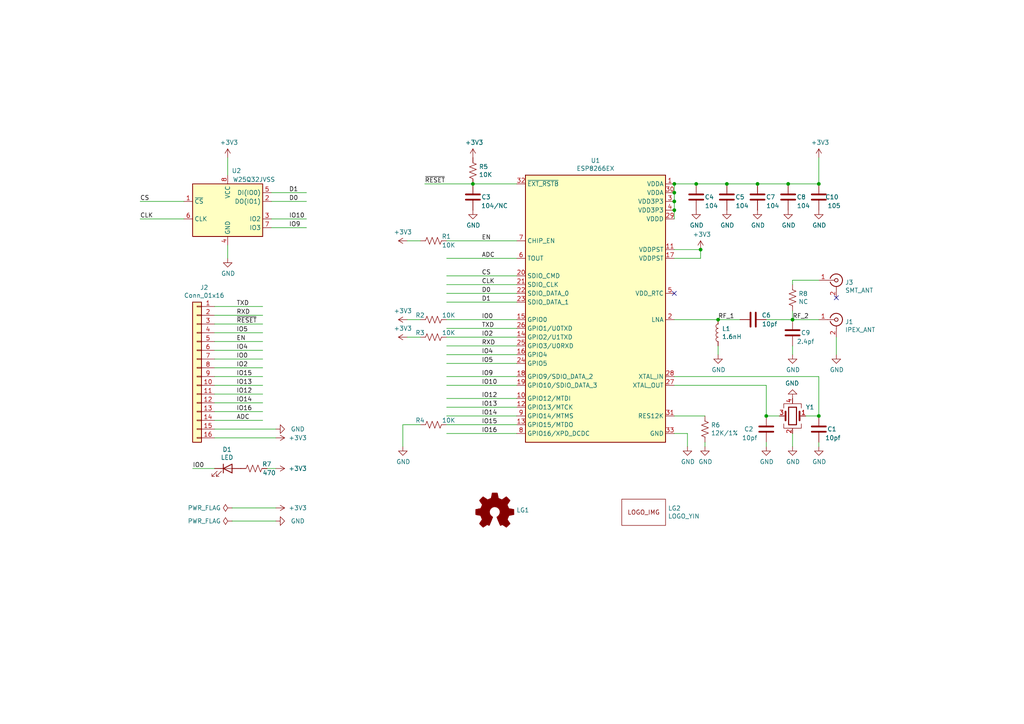
<source format=kicad_sch>
(kicad_sch (version 20211123) (generator eeschema)

  (uuid 10a8070e-0f6c-4d2e-838d-b5e5a8c77501)

  (paper "A4")

  (title_block
    (title "ESP8266_CORE_BOARD")
    (date "2021-10-05")
    (rev "V1.1")
    (company "Sonny_Yin")
  )

  (lib_symbols
    (symbol "CORE_ESP8266_DIY-rescue:ESP8266EX-XBX_LIB" (in_bom yes) (on_board yes)
      (property "Reference" "U" (id 0) (at -20.32 38.1 0)
        (effects (font (size 1.27 1.27)) (justify left))
      )
      (property "Value" "ESP8266EX-XBX_LIB" (id 1) (at 8.89 38.1 0)
        (effects (font (size 1.27 1.27)) (justify left))
      )
      (property "Footprint" "Package_DFN_QFN:QFN-32-1EP_5x5mm_P0.5mm_EP3.45x3.45mm" (id 2) (at 3.81 -43.18 0)
        (effects (font (size 1.27 1.27)) hide)
      )
      (property "Datasheet" "" (id 3) (at 2.54 -33.02 0)
        (effects (font (size 1.27 1.27)) hide)
      )
      (property "ki_fp_filters" "QFN*1EP*5x5mm*P0.5mm*" (id 4) (at 0 0 0)
        (effects (font (size 1.27 1.27)) hide)
      )
      (symbol "ESP8266EX-XBX_LIB_0_1"
        (rectangle (start -20.32 36.83) (end 20.32 -40.64)
          (stroke (width 0.254) (type default) (color 0 0 0 0))
          (fill (type background))
        )
      )
      (symbol "ESP8266EX-XBX_LIB_1_1"
        (pin power_in line (at 22.86 34.29 180) (length 2.54)
          (name "VDDA" (effects (font (size 1.27 1.27))))
          (number "1" (effects (font (size 1.27 1.27))))
        )
        (pin bidirectional line (at -22.86 -27.94 0) (length 2.54)
          (name "GPIO12/MTDI" (effects (font (size 1.27 1.27))))
          (number "10" (effects (font (size 1.27 1.27))))
        )
        (pin power_in line (at 22.86 15.24 180) (length 2.54)
          (name "VDDPST" (effects (font (size 1.27 1.27))))
          (number "11" (effects (font (size 1.27 1.27))))
        )
        (pin bidirectional line (at -22.86 -30.48 0) (length 2.54)
          (name "GPIO13/MTCK" (effects (font (size 1.27 1.27))))
          (number "12" (effects (font (size 1.27 1.27))))
        )
        (pin bidirectional line (at -22.86 -35.56 0) (length 2.54)
          (name "GPIO15/MTDO" (effects (font (size 1.27 1.27))))
          (number "13" (effects (font (size 1.27 1.27))))
        )
        (pin bidirectional line (at -22.86 -10.16 0) (length 2.54)
          (name "GPIO2/U1TXD" (effects (font (size 1.27 1.27))))
          (number "14" (effects (font (size 1.27 1.27))))
        )
        (pin bidirectional line (at -22.86 -5.08 0) (length 2.54)
          (name "GPIO0" (effects (font (size 1.27 1.27))))
          (number "15" (effects (font (size 1.27 1.27))))
        )
        (pin bidirectional line (at -22.86 -15.24 0) (length 2.54)
          (name "GPIO4" (effects (font (size 1.27 1.27))))
          (number "16" (effects (font (size 1.27 1.27))))
        )
        (pin power_in line (at 22.86 12.7 180) (length 2.54)
          (name "VDDPST" (effects (font (size 1.27 1.27))))
          (number "17" (effects (font (size 1.27 1.27))))
        )
        (pin bidirectional line (at -22.86 -21.59 0) (length 2.54)
          (name "GPIO9/SDIO_DATA_2" (effects (font (size 1.27 1.27))))
          (number "18" (effects (font (size 1.27 1.27))))
        )
        (pin bidirectional line (at -22.86 -24.13 0) (length 2.54)
          (name "GPIO10/SDIO_DATA_3" (effects (font (size 1.27 1.27))))
          (number "19" (effects (font (size 1.27 1.27))))
        )
        (pin bidirectional line (at 22.86 -5.08 180) (length 2.54)
          (name "LNA" (effects (font (size 1.27 1.27))))
          (number "2" (effects (font (size 1.27 1.27))))
        )
        (pin bidirectional line (at -22.86 7.62 0) (length 2.54)
          (name "SDIO_CMD" (effects (font (size 1.27 1.27))))
          (number "20" (effects (font (size 1.27 1.27))))
        )
        (pin bidirectional line (at -22.86 5.08 0) (length 2.54)
          (name "SDIO_CLK" (effects (font (size 1.27 1.27))))
          (number "21" (effects (font (size 1.27 1.27))))
        )
        (pin bidirectional line (at -22.86 2.54 0) (length 2.54)
          (name "SDIO_DATA_0" (effects (font (size 1.27 1.27))))
          (number "22" (effects (font (size 1.27 1.27))))
        )
        (pin bidirectional line (at -22.86 0 0) (length 2.54)
          (name "SDIO_DATA_1" (effects (font (size 1.27 1.27))))
          (number "23" (effects (font (size 1.27 1.27))))
        )
        (pin bidirectional line (at -22.86 -17.78 0) (length 2.54)
          (name "GPIO5" (effects (font (size 1.27 1.27))))
          (number "24" (effects (font (size 1.27 1.27))))
        )
        (pin bidirectional line (at -22.86 -12.7 0) (length 2.54)
          (name "GPIO3/U0RXD" (effects (font (size 1.27 1.27))))
          (number "25" (effects (font (size 1.27 1.27))))
        )
        (pin bidirectional line (at -22.86 -7.62 0) (length 2.54)
          (name "GPIO1/U0TXD" (effects (font (size 1.27 1.27))))
          (number "26" (effects (font (size 1.27 1.27))))
        )
        (pin bidirectional line (at 22.86 -24.13 180) (length 2.54)
          (name "XTAL_OUT" (effects (font (size 1.27 1.27))))
          (number "27" (effects (font (size 1.27 1.27))))
        )
        (pin bidirectional line (at 22.86 -21.59 180) (length 2.54)
          (name "XTAL_IN" (effects (font (size 1.27 1.27))))
          (number "28" (effects (font (size 1.27 1.27))))
        )
        (pin power_in line (at 22.86 24.13 180) (length 2.54)
          (name "VDDD" (effects (font (size 1.27 1.27))))
          (number "29" (effects (font (size 1.27 1.27))))
        )
        (pin power_in line (at 22.86 29.21 180) (length 2.54)
          (name "VDD3P3" (effects (font (size 1.27 1.27))))
          (number "3" (effects (font (size 1.27 1.27))))
        )
        (pin power_in line (at 22.86 31.75 180) (length 2.54)
          (name "VDDA" (effects (font (size 1.27 1.27))))
          (number "30" (effects (font (size 1.27 1.27))))
        )
        (pin input line (at 22.86 -33.02 180) (length 2.54)
          (name "RES12K" (effects (font (size 1.27 1.27))))
          (number "31" (effects (font (size 1.27 1.27))))
        )
        (pin input line (at -22.86 34.29 0) (length 2.54)
          (name "~{EXT_RSTB}" (effects (font (size 1.27 1.27))))
          (number "32" (effects (font (size 1.27 1.27))))
        )
        (pin power_in line (at 22.86 -38.1 180) (length 2.54)
          (name "GND" (effects (font (size 1.27 1.27))))
          (number "33" (effects (font (size 1.27 1.27))))
        )
        (pin power_in line (at 22.86 26.67 180) (length 2.54)
          (name "VDD3P3" (effects (font (size 1.27 1.27))))
          (number "4" (effects (font (size 1.27 1.27))))
        )
        (pin power_in line (at 22.86 2.54 180) (length 2.54)
          (name "VDD_RTC" (effects (font (size 1.27 1.27))))
          (number "5" (effects (font (size 1.27 1.27))))
        )
        (pin input line (at -22.86 12.7 0) (length 2.54)
          (name "TOUT" (effects (font (size 1.27 1.27))))
          (number "6" (effects (font (size 1.27 1.27))))
        )
        (pin input line (at -22.86 17.78 0) (length 2.54)
          (name "CHIP_EN" (effects (font (size 1.27 1.27))))
          (number "7" (effects (font (size 1.27 1.27))))
        )
        (pin bidirectional line (at -22.86 -38.1 0) (length 2.54)
          (name "GPIO16/XPD_DCDC" (effects (font (size 1.27 1.27))))
          (number "8" (effects (font (size 1.27 1.27))))
        )
        (pin bidirectional line (at -22.86 -33.02 0) (length 2.54)
          (name "GPIO14/MTMS" (effects (font (size 1.27 1.27))))
          (number "9" (effects (font (size 1.27 1.27))))
        )
      )
    )
    (symbol "Connector:Conn_Coaxial" (pin_names (offset 1.016) hide) (in_bom yes) (on_board yes)
      (property "Reference" "J" (id 0) (at 0.254 3.048 0)
        (effects (font (size 1.27 1.27)))
      )
      (property "Value" "Conn_Coaxial" (id 1) (at 2.921 0 90)
        (effects (font (size 1.27 1.27)))
      )
      (property "Footprint" "" (id 2) (at 0 0 0)
        (effects (font (size 1.27 1.27)) hide)
      )
      (property "Datasheet" " ~" (id 3) (at 0 0 0)
        (effects (font (size 1.27 1.27)) hide)
      )
      (property "ki_keywords" "BNC SMA SMB SMC LEMO coaxial connector CINCH RCA" (id 4) (at 0 0 0)
        (effects (font (size 1.27 1.27)) hide)
      )
      (property "ki_description" "coaxial connector (BNC, SMA, SMB, SMC, Cinch/RCA, LEMO, ...)" (id 5) (at 0 0 0)
        (effects (font (size 1.27 1.27)) hide)
      )
      (property "ki_fp_filters" "*BNC* *SMA* *SMB* *SMC* *Cinch* *LEMO*" (id 6) (at 0 0 0)
        (effects (font (size 1.27 1.27)) hide)
      )
      (symbol "Conn_Coaxial_0_1"
        (arc (start -1.778 -0.508) (mid 0.2311 -1.8066) (end 1.778 0)
          (stroke (width 0.254) (type default) (color 0 0 0 0))
          (fill (type none))
        )
        (polyline
          (pts
            (xy -2.54 0)
            (xy -0.508 0)
          )
          (stroke (width 0) (type default) (color 0 0 0 0))
          (fill (type none))
        )
        (polyline
          (pts
            (xy 0 -2.54)
            (xy 0 -1.778)
          )
          (stroke (width 0) (type default) (color 0 0 0 0))
          (fill (type none))
        )
        (circle (center 0 0) (radius 0.508)
          (stroke (width 0.2032) (type default) (color 0 0 0 0))
          (fill (type none))
        )
        (arc (start 1.778 0) (mid 0.2099 1.8101) (end -1.778 0.508)
          (stroke (width 0.254) (type default) (color 0 0 0 0))
          (fill (type none))
        )
      )
      (symbol "Conn_Coaxial_1_1"
        (pin passive line (at -5.08 0 0) (length 2.54)
          (name "In" (effects (font (size 1.27 1.27))))
          (number "1" (effects (font (size 1.27 1.27))))
        )
        (pin passive line (at 0 -5.08 90) (length 2.54)
          (name "Ext" (effects (font (size 1.27 1.27))))
          (number "2" (effects (font (size 1.27 1.27))))
        )
      )
    )
    (symbol "Connector_Generic:Conn_01x16" (pin_names (offset 1.016) hide) (in_bom yes) (on_board yes)
      (property "Reference" "J" (id 0) (at 0 20.32 0)
        (effects (font (size 1.27 1.27)))
      )
      (property "Value" "Conn_01x16" (id 1) (at 0 -22.86 0)
        (effects (font (size 1.27 1.27)))
      )
      (property "Footprint" "" (id 2) (at 0 0 0)
        (effects (font (size 1.27 1.27)) hide)
      )
      (property "Datasheet" "~" (id 3) (at 0 0 0)
        (effects (font (size 1.27 1.27)) hide)
      )
      (property "ki_keywords" "connector" (id 4) (at 0 0 0)
        (effects (font (size 1.27 1.27)) hide)
      )
      (property "ki_description" "Generic connector, single row, 01x16, script generated (kicad-library-utils/schlib/autogen/connector/)" (id 5) (at 0 0 0)
        (effects (font (size 1.27 1.27)) hide)
      )
      (property "ki_fp_filters" "Connector*:*_1x??_*" (id 6) (at 0 0 0)
        (effects (font (size 1.27 1.27)) hide)
      )
      (symbol "Conn_01x16_1_1"
        (rectangle (start -1.27 -20.193) (end 0 -20.447)
          (stroke (width 0.1524) (type default) (color 0 0 0 0))
          (fill (type none))
        )
        (rectangle (start -1.27 -17.653) (end 0 -17.907)
          (stroke (width 0.1524) (type default) (color 0 0 0 0))
          (fill (type none))
        )
        (rectangle (start -1.27 -15.113) (end 0 -15.367)
          (stroke (width 0.1524) (type default) (color 0 0 0 0))
          (fill (type none))
        )
        (rectangle (start -1.27 -12.573) (end 0 -12.827)
          (stroke (width 0.1524) (type default) (color 0 0 0 0))
          (fill (type none))
        )
        (rectangle (start -1.27 -10.033) (end 0 -10.287)
          (stroke (width 0.1524) (type default) (color 0 0 0 0))
          (fill (type none))
        )
        (rectangle (start -1.27 -7.493) (end 0 -7.747)
          (stroke (width 0.1524) (type default) (color 0 0 0 0))
          (fill (type none))
        )
        (rectangle (start -1.27 -4.953) (end 0 -5.207)
          (stroke (width 0.1524) (type default) (color 0 0 0 0))
          (fill (type none))
        )
        (rectangle (start -1.27 -2.413) (end 0 -2.667)
          (stroke (width 0.1524) (type default) (color 0 0 0 0))
          (fill (type none))
        )
        (rectangle (start -1.27 0.127) (end 0 -0.127)
          (stroke (width 0.1524) (type default) (color 0 0 0 0))
          (fill (type none))
        )
        (rectangle (start -1.27 2.667) (end 0 2.413)
          (stroke (width 0.1524) (type default) (color 0 0 0 0))
          (fill (type none))
        )
        (rectangle (start -1.27 5.207) (end 0 4.953)
          (stroke (width 0.1524) (type default) (color 0 0 0 0))
          (fill (type none))
        )
        (rectangle (start -1.27 7.747) (end 0 7.493)
          (stroke (width 0.1524) (type default) (color 0 0 0 0))
          (fill (type none))
        )
        (rectangle (start -1.27 10.287) (end 0 10.033)
          (stroke (width 0.1524) (type default) (color 0 0 0 0))
          (fill (type none))
        )
        (rectangle (start -1.27 12.827) (end 0 12.573)
          (stroke (width 0.1524) (type default) (color 0 0 0 0))
          (fill (type none))
        )
        (rectangle (start -1.27 15.367) (end 0 15.113)
          (stroke (width 0.1524) (type default) (color 0 0 0 0))
          (fill (type none))
        )
        (rectangle (start -1.27 17.907) (end 0 17.653)
          (stroke (width 0.1524) (type default) (color 0 0 0 0))
          (fill (type none))
        )
        (rectangle (start -1.27 19.05) (end 1.27 -21.59)
          (stroke (width 0.254) (type default) (color 0 0 0 0))
          (fill (type background))
        )
        (pin passive line (at -5.08 17.78 0) (length 3.81)
          (name "Pin_1" (effects (font (size 1.27 1.27))))
          (number "1" (effects (font (size 1.27 1.27))))
        )
        (pin passive line (at -5.08 -5.08 0) (length 3.81)
          (name "Pin_10" (effects (font (size 1.27 1.27))))
          (number "10" (effects (font (size 1.27 1.27))))
        )
        (pin passive line (at -5.08 -7.62 0) (length 3.81)
          (name "Pin_11" (effects (font (size 1.27 1.27))))
          (number "11" (effects (font (size 1.27 1.27))))
        )
        (pin passive line (at -5.08 -10.16 0) (length 3.81)
          (name "Pin_12" (effects (font (size 1.27 1.27))))
          (number "12" (effects (font (size 1.27 1.27))))
        )
        (pin passive line (at -5.08 -12.7 0) (length 3.81)
          (name "Pin_13" (effects (font (size 1.27 1.27))))
          (number "13" (effects (font (size 1.27 1.27))))
        )
        (pin passive line (at -5.08 -15.24 0) (length 3.81)
          (name "Pin_14" (effects (font (size 1.27 1.27))))
          (number "14" (effects (font (size 1.27 1.27))))
        )
        (pin passive line (at -5.08 -17.78 0) (length 3.81)
          (name "Pin_15" (effects (font (size 1.27 1.27))))
          (number "15" (effects (font (size 1.27 1.27))))
        )
        (pin passive line (at -5.08 -20.32 0) (length 3.81)
          (name "Pin_16" (effects (font (size 1.27 1.27))))
          (number "16" (effects (font (size 1.27 1.27))))
        )
        (pin passive line (at -5.08 15.24 0) (length 3.81)
          (name "Pin_2" (effects (font (size 1.27 1.27))))
          (number "2" (effects (font (size 1.27 1.27))))
        )
        (pin passive line (at -5.08 12.7 0) (length 3.81)
          (name "Pin_3" (effects (font (size 1.27 1.27))))
          (number "3" (effects (font (size 1.27 1.27))))
        )
        (pin passive line (at -5.08 10.16 0) (length 3.81)
          (name "Pin_4" (effects (font (size 1.27 1.27))))
          (number "4" (effects (font (size 1.27 1.27))))
        )
        (pin passive line (at -5.08 7.62 0) (length 3.81)
          (name "Pin_5" (effects (font (size 1.27 1.27))))
          (number "5" (effects (font (size 1.27 1.27))))
        )
        (pin passive line (at -5.08 5.08 0) (length 3.81)
          (name "Pin_6" (effects (font (size 1.27 1.27))))
          (number "6" (effects (font (size 1.27 1.27))))
        )
        (pin passive line (at -5.08 2.54 0) (length 3.81)
          (name "Pin_7" (effects (font (size 1.27 1.27))))
          (number "7" (effects (font (size 1.27 1.27))))
        )
        (pin passive line (at -5.08 0 0) (length 3.81)
          (name "Pin_8" (effects (font (size 1.27 1.27))))
          (number "8" (effects (font (size 1.27 1.27))))
        )
        (pin passive line (at -5.08 -2.54 0) (length 3.81)
          (name "Pin_9" (effects (font (size 1.27 1.27))))
          (number "9" (effects (font (size 1.27 1.27))))
        )
      )
    )
    (symbol "Device:C" (pin_numbers hide) (pin_names (offset 0.254)) (in_bom yes) (on_board yes)
      (property "Reference" "C" (id 0) (at 0.635 2.54 0)
        (effects (font (size 1.27 1.27)) (justify left))
      )
      (property "Value" "C" (id 1) (at 0.635 -2.54 0)
        (effects (font (size 1.27 1.27)) (justify left))
      )
      (property "Footprint" "" (id 2) (at 0.9652 -3.81 0)
        (effects (font (size 1.27 1.27)) hide)
      )
      (property "Datasheet" "~" (id 3) (at 0 0 0)
        (effects (font (size 1.27 1.27)) hide)
      )
      (property "ki_keywords" "cap capacitor" (id 4) (at 0 0 0)
        (effects (font (size 1.27 1.27)) hide)
      )
      (property "ki_description" "Unpolarized capacitor" (id 5) (at 0 0 0)
        (effects (font (size 1.27 1.27)) hide)
      )
      (property "ki_fp_filters" "C_*" (id 6) (at 0 0 0)
        (effects (font (size 1.27 1.27)) hide)
      )
      (symbol "C_0_1"
        (polyline
          (pts
            (xy -2.032 -0.762)
            (xy 2.032 -0.762)
          )
          (stroke (width 0.508) (type default) (color 0 0 0 0))
          (fill (type none))
        )
        (polyline
          (pts
            (xy -2.032 0.762)
            (xy 2.032 0.762)
          )
          (stroke (width 0.508) (type default) (color 0 0 0 0))
          (fill (type none))
        )
      )
      (symbol "C_1_1"
        (pin passive line (at 0 3.81 270) (length 2.794)
          (name "~" (effects (font (size 1.27 1.27))))
          (number "1" (effects (font (size 1.27 1.27))))
        )
        (pin passive line (at 0 -3.81 90) (length 2.794)
          (name "~" (effects (font (size 1.27 1.27))))
          (number "2" (effects (font (size 1.27 1.27))))
        )
      )
    )
    (symbol "Device:Crystal_GND24" (pin_names (offset 1.016) hide) (in_bom yes) (on_board yes)
      (property "Reference" "Y" (id 0) (at 3.175 5.08 0)
        (effects (font (size 1.27 1.27)) (justify left))
      )
      (property "Value" "Crystal_GND24" (id 1) (at 3.175 3.175 0)
        (effects (font (size 1.27 1.27)) (justify left))
      )
      (property "Footprint" "" (id 2) (at 0 0 0)
        (effects (font (size 1.27 1.27)) hide)
      )
      (property "Datasheet" "~" (id 3) (at 0 0 0)
        (effects (font (size 1.27 1.27)) hide)
      )
      (property "ki_keywords" "quartz ceramic resonator oscillator" (id 4) (at 0 0 0)
        (effects (font (size 1.27 1.27)) hide)
      )
      (property "ki_description" "Four pin crystal, GND on pins 2 and 4" (id 5) (at 0 0 0)
        (effects (font (size 1.27 1.27)) hide)
      )
      (property "ki_fp_filters" "Crystal*" (id 6) (at 0 0 0)
        (effects (font (size 1.27 1.27)) hide)
      )
      (symbol "Crystal_GND24_0_1"
        (rectangle (start -1.143 2.54) (end 1.143 -2.54)
          (stroke (width 0.3048) (type default) (color 0 0 0 0))
          (fill (type none))
        )
        (polyline
          (pts
            (xy -2.54 0)
            (xy -2.032 0)
          )
          (stroke (width 0) (type default) (color 0 0 0 0))
          (fill (type none))
        )
        (polyline
          (pts
            (xy -2.032 -1.27)
            (xy -2.032 1.27)
          )
          (stroke (width 0.508) (type default) (color 0 0 0 0))
          (fill (type none))
        )
        (polyline
          (pts
            (xy 0 -3.81)
            (xy 0 -3.556)
          )
          (stroke (width 0) (type default) (color 0 0 0 0))
          (fill (type none))
        )
        (polyline
          (pts
            (xy 0 3.556)
            (xy 0 3.81)
          )
          (stroke (width 0) (type default) (color 0 0 0 0))
          (fill (type none))
        )
        (polyline
          (pts
            (xy 2.032 -1.27)
            (xy 2.032 1.27)
          )
          (stroke (width 0.508) (type default) (color 0 0 0 0))
          (fill (type none))
        )
        (polyline
          (pts
            (xy 2.032 0)
            (xy 2.54 0)
          )
          (stroke (width 0) (type default) (color 0 0 0 0))
          (fill (type none))
        )
        (polyline
          (pts
            (xy -2.54 -2.286)
            (xy -2.54 -3.556)
            (xy 2.54 -3.556)
            (xy 2.54 -2.286)
          )
          (stroke (width 0) (type default) (color 0 0 0 0))
          (fill (type none))
        )
        (polyline
          (pts
            (xy -2.54 2.286)
            (xy -2.54 3.556)
            (xy 2.54 3.556)
            (xy 2.54 2.286)
          )
          (stroke (width 0) (type default) (color 0 0 0 0))
          (fill (type none))
        )
      )
      (symbol "Crystal_GND24_1_1"
        (pin passive line (at -3.81 0 0) (length 1.27)
          (name "1" (effects (font (size 1.27 1.27))))
          (number "1" (effects (font (size 1.27 1.27))))
        )
        (pin passive line (at 0 5.08 270) (length 1.27)
          (name "2" (effects (font (size 1.27 1.27))))
          (number "2" (effects (font (size 1.27 1.27))))
        )
        (pin passive line (at 3.81 0 180) (length 1.27)
          (name "3" (effects (font (size 1.27 1.27))))
          (number "3" (effects (font (size 1.27 1.27))))
        )
        (pin passive line (at 0 -5.08 90) (length 1.27)
          (name "4" (effects (font (size 1.27 1.27))))
          (number "4" (effects (font (size 1.27 1.27))))
        )
      )
    )
    (symbol "Device:L" (pin_numbers hide) (pin_names (offset 1.016) hide) (in_bom yes) (on_board yes)
      (property "Reference" "L" (id 0) (at -1.27 0 90)
        (effects (font (size 1.27 1.27)))
      )
      (property "Value" "L" (id 1) (at 1.905 0 90)
        (effects (font (size 1.27 1.27)))
      )
      (property "Footprint" "" (id 2) (at 0 0 0)
        (effects (font (size 1.27 1.27)) hide)
      )
      (property "Datasheet" "~" (id 3) (at 0 0 0)
        (effects (font (size 1.27 1.27)) hide)
      )
      (property "ki_keywords" "inductor choke coil reactor magnetic" (id 4) (at 0 0 0)
        (effects (font (size 1.27 1.27)) hide)
      )
      (property "ki_description" "Inductor" (id 5) (at 0 0 0)
        (effects (font (size 1.27 1.27)) hide)
      )
      (property "ki_fp_filters" "Choke_* *Coil* Inductor_* L_*" (id 6) (at 0 0 0)
        (effects (font (size 1.27 1.27)) hide)
      )
      (symbol "L_0_1"
        (arc (start 0 -2.54) (mid 0.635 -1.905) (end 0 -1.27)
          (stroke (width 0) (type default) (color 0 0 0 0))
          (fill (type none))
        )
        (arc (start 0 -1.27) (mid 0.635 -0.635) (end 0 0)
          (stroke (width 0) (type default) (color 0 0 0 0))
          (fill (type none))
        )
        (arc (start 0 0) (mid 0.635 0.635) (end 0 1.27)
          (stroke (width 0) (type default) (color 0 0 0 0))
          (fill (type none))
        )
        (arc (start 0 1.27) (mid 0.635 1.905) (end 0 2.54)
          (stroke (width 0) (type default) (color 0 0 0 0))
          (fill (type none))
        )
      )
      (symbol "L_1_1"
        (pin passive line (at 0 3.81 270) (length 1.27)
          (name "1" (effects (font (size 1.27 1.27))))
          (number "1" (effects (font (size 1.27 1.27))))
        )
        (pin passive line (at 0 -3.81 90) (length 1.27)
          (name "2" (effects (font (size 1.27 1.27))))
          (number "2" (effects (font (size 1.27 1.27))))
        )
      )
    )
    (symbol "Device:LED" (pin_numbers hide) (pin_names (offset 1.016) hide) (in_bom yes) (on_board yes)
      (property "Reference" "D" (id 0) (at 0 2.54 0)
        (effects (font (size 1.27 1.27)))
      )
      (property "Value" "LED" (id 1) (at 0 -2.54 0)
        (effects (font (size 1.27 1.27)))
      )
      (property "Footprint" "" (id 2) (at 0 0 0)
        (effects (font (size 1.27 1.27)) hide)
      )
      (property "Datasheet" "~" (id 3) (at 0 0 0)
        (effects (font (size 1.27 1.27)) hide)
      )
      (property "ki_keywords" "LED diode" (id 4) (at 0 0 0)
        (effects (font (size 1.27 1.27)) hide)
      )
      (property "ki_description" "Light emitting diode" (id 5) (at 0 0 0)
        (effects (font (size 1.27 1.27)) hide)
      )
      (property "ki_fp_filters" "LED* LED_SMD:* LED_THT:*" (id 6) (at 0 0 0)
        (effects (font (size 1.27 1.27)) hide)
      )
      (symbol "LED_0_1"
        (polyline
          (pts
            (xy -1.27 -1.27)
            (xy -1.27 1.27)
          )
          (stroke (width 0.254) (type default) (color 0 0 0 0))
          (fill (type none))
        )
        (polyline
          (pts
            (xy -1.27 0)
            (xy 1.27 0)
          )
          (stroke (width 0) (type default) (color 0 0 0 0))
          (fill (type none))
        )
        (polyline
          (pts
            (xy 1.27 -1.27)
            (xy 1.27 1.27)
            (xy -1.27 0)
            (xy 1.27 -1.27)
          )
          (stroke (width 0.254) (type default) (color 0 0 0 0))
          (fill (type none))
        )
        (polyline
          (pts
            (xy -3.048 -0.762)
            (xy -4.572 -2.286)
            (xy -3.81 -2.286)
            (xy -4.572 -2.286)
            (xy -4.572 -1.524)
          )
          (stroke (width 0) (type default) (color 0 0 0 0))
          (fill (type none))
        )
        (polyline
          (pts
            (xy -1.778 -0.762)
            (xy -3.302 -2.286)
            (xy -2.54 -2.286)
            (xy -3.302 -2.286)
            (xy -3.302 -1.524)
          )
          (stroke (width 0) (type default) (color 0 0 0 0))
          (fill (type none))
        )
      )
      (symbol "LED_1_1"
        (pin passive line (at -3.81 0 0) (length 2.54)
          (name "K" (effects (font (size 1.27 1.27))))
          (number "1" (effects (font (size 1.27 1.27))))
        )
        (pin passive line (at 3.81 0 180) (length 2.54)
          (name "A" (effects (font (size 1.27 1.27))))
          (number "2" (effects (font (size 1.27 1.27))))
        )
      )
    )
    (symbol "Device:R_US" (pin_numbers hide) (pin_names (offset 0)) (in_bom yes) (on_board yes)
      (property "Reference" "R" (id 0) (at 2.54 0 90)
        (effects (font (size 1.27 1.27)))
      )
      (property "Value" "R_US" (id 1) (at -2.54 0 90)
        (effects (font (size 1.27 1.27)))
      )
      (property "Footprint" "" (id 2) (at 1.016 -0.254 90)
        (effects (font (size 1.27 1.27)) hide)
      )
      (property "Datasheet" "~" (id 3) (at 0 0 0)
        (effects (font (size 1.27 1.27)) hide)
      )
      (property "ki_keywords" "R res resistor" (id 4) (at 0 0 0)
        (effects (font (size 1.27 1.27)) hide)
      )
      (property "ki_description" "Resistor, US symbol" (id 5) (at 0 0 0)
        (effects (font (size 1.27 1.27)) hide)
      )
      (property "ki_fp_filters" "R_*" (id 6) (at 0 0 0)
        (effects (font (size 1.27 1.27)) hide)
      )
      (symbol "R_US_0_1"
        (polyline
          (pts
            (xy 0 -2.286)
            (xy 0 -2.54)
          )
          (stroke (width 0) (type default) (color 0 0 0 0))
          (fill (type none))
        )
        (polyline
          (pts
            (xy 0 2.286)
            (xy 0 2.54)
          )
          (stroke (width 0) (type default) (color 0 0 0 0))
          (fill (type none))
        )
        (polyline
          (pts
            (xy 0 -0.762)
            (xy 1.016 -1.143)
            (xy 0 -1.524)
            (xy -1.016 -1.905)
            (xy 0 -2.286)
          )
          (stroke (width 0) (type default) (color 0 0 0 0))
          (fill (type none))
        )
        (polyline
          (pts
            (xy 0 0.762)
            (xy 1.016 0.381)
            (xy 0 0)
            (xy -1.016 -0.381)
            (xy 0 -0.762)
          )
          (stroke (width 0) (type default) (color 0 0 0 0))
          (fill (type none))
        )
        (polyline
          (pts
            (xy 0 2.286)
            (xy 1.016 1.905)
            (xy 0 1.524)
            (xy -1.016 1.143)
            (xy 0 0.762)
          )
          (stroke (width 0) (type default) (color 0 0 0 0))
          (fill (type none))
        )
      )
      (symbol "R_US_1_1"
        (pin passive line (at 0 3.81 270) (length 1.27)
          (name "~" (effects (font (size 1.27 1.27))))
          (number "1" (effects (font (size 1.27 1.27))))
        )
        (pin passive line (at 0 -3.81 90) (length 1.27)
          (name "~" (effects (font (size 1.27 1.27))))
          (number "2" (effects (font (size 1.27 1.27))))
        )
      )
    )
    (symbol "Graphic:Logo_Open_Hardware_Small" (pin_names (offset 1.016)) (in_bom yes) (on_board yes)
      (property "Reference" "#LOGO" (id 0) (at 0 6.985 0)
        (effects (font (size 1.27 1.27)) hide)
      )
      (property "Value" "Logo_Open_Hardware_Small" (id 1) (at 0 -5.715 0)
        (effects (font (size 1.27 1.27)) hide)
      )
      (property "Footprint" "" (id 2) (at 0 0 0)
        (effects (font (size 1.27 1.27)) hide)
      )
      (property "Datasheet" "~" (id 3) (at 0 0 0)
        (effects (font (size 1.27 1.27)) hide)
      )
      (property "ki_keywords" "Logo" (id 4) (at 0 0 0)
        (effects (font (size 1.27 1.27)) hide)
      )
      (property "ki_description" "Open Hardware logo, small" (id 5) (at 0 0 0)
        (effects (font (size 1.27 1.27)) hide)
      )
      (symbol "Logo_Open_Hardware_Small_0_1"
        (polyline
          (pts
            (xy 3.3528 -4.3434)
            (xy 3.302 -4.318)
            (xy 3.175 -4.2418)
            (xy 2.9972 -4.1148)
            (xy 2.7686 -3.9624)
            (xy 2.54 -3.81)
            (xy 2.3622 -3.7084)
            (xy 2.2352 -3.6068)
            (xy 2.1844 -3.5814)
            (xy 2.159 -3.6068)
            (xy 2.0574 -3.6576)
            (xy 1.905 -3.7338)
            (xy 1.8034 -3.7846)
            (xy 1.6764 -3.8354)
            (xy 1.6002 -3.8354)
            (xy 1.6002 -3.8354)
            (xy 1.5494 -3.7338)
            (xy 1.4732 -3.5306)
            (xy 1.3462 -3.302)
            (xy 1.2446 -3.0226)
            (xy 1.1176 -2.7178)
            (xy 0.9652 -2.413)
            (xy 0.8636 -2.1082)
            (xy 0.7366 -1.8288)
            (xy 0.6604 -1.6256)
            (xy 0.6096 -1.4732)
            (xy 0.5842 -1.397)
            (xy 0.5842 -1.397)
            (xy 0.6604 -1.3208)
            (xy 0.7874 -1.2446)
            (xy 1.0414 -1.016)
            (xy 1.2954 -0.6858)
            (xy 1.4478 -0.3302)
            (xy 1.524 0.0762)
            (xy 1.4732 0.4572)
            (xy 1.3208 0.8128)
            (xy 1.0668 1.143)
            (xy 0.762 1.3716)
            (xy 0.4064 1.524)
            (xy 0 1.5748)
            (xy -0.381 1.5494)
            (xy -0.7366 1.397)
            (xy -1.0668 1.143)
            (xy -1.2192 0.9906)
            (xy -1.397 0.6604)
            (xy -1.524 0.3048)
            (xy -1.524 0.2286)
            (xy -1.4986 -0.1778)
            (xy -1.397 -0.5334)
            (xy -1.1938 -0.8636)
            (xy -0.9144 -1.143)
            (xy -0.8636 -1.1684)
            (xy -0.7366 -1.27)
            (xy -0.635 -1.3462)
            (xy -0.5842 -1.397)
            (xy -1.0668 -2.5908)
            (xy -1.143 -2.794)
            (xy -1.2954 -3.1242)
            (xy -1.397 -3.4036)
            (xy -1.4986 -3.6322)
            (xy -1.5748 -3.7846)
            (xy -1.6002 -3.8354)
            (xy -1.6002 -3.8354)
            (xy -1.651 -3.8354)
            (xy -1.7272 -3.81)
            (xy -1.905 -3.7338)
            (xy -2.0066 -3.683)
            (xy -2.1336 -3.6068)
            (xy -2.2098 -3.5814)
            (xy -2.2606 -3.6068)
            (xy -2.3622 -3.683)
            (xy -2.54 -3.81)
            (xy -2.7686 -3.9624)
            (xy -2.9718 -4.0894)
            (xy -3.1496 -4.2164)
            (xy -3.302 -4.318)
            (xy -3.3528 -4.3434)
            (xy -3.3782 -4.3434)
            (xy -3.429 -4.318)
            (xy -3.5306 -4.2164)
            (xy -3.7084 -4.064)
            (xy -3.937 -3.8354)
            (xy -3.9624 -3.81)
            (xy -4.1656 -3.6068)
            (xy -4.318 -3.4544)
            (xy -4.4196 -3.3274)
            (xy -4.445 -3.2766)
            (xy -4.445 -3.2766)
            (xy -4.4196 -3.2258)
            (xy -4.318 -3.0734)
            (xy -4.2164 -2.8956)
            (xy -4.064 -2.667)
            (xy -3.6576 -2.0828)
            (xy -3.8862 -1.5494)
            (xy -3.937 -1.3716)
            (xy -4.0386 -1.1684)
            (xy -4.0894 -1.0414)
            (xy -4.1148 -0.9652)
            (xy -4.191 -0.9398)
            (xy -4.318 -0.9144)
            (xy -4.5466 -0.8636)
            (xy -4.8006 -0.8128)
            (xy -5.0546 -0.7874)
            (xy -5.2578 -0.7366)
            (xy -5.4356 -0.7112)
            (xy -5.5118 -0.6858)
            (xy -5.5118 -0.6858)
            (xy -5.5372 -0.635)
            (xy -5.5372 -0.5588)
            (xy -5.5372 -0.4318)
            (xy -5.5626 -0.2286)
            (xy -5.5626 0.0762)
            (xy -5.5626 0.127)
            (xy -5.5372 0.4064)
            (xy -5.5372 0.635)
            (xy -5.5372 0.762)
            (xy -5.5372 0.8382)
            (xy -5.5372 0.8382)
            (xy -5.461 0.8382)
            (xy -5.3086 0.889)
            (xy -5.08 0.9144)
            (xy -4.826 0.9652)
            (xy -4.8006 0.9906)
            (xy -4.5466 1.0414)
            (xy -4.318 1.0668)
            (xy -4.1656 1.1176)
            (xy -4.0894 1.143)
            (xy -4.0894 1.143)
            (xy -4.0386 1.2446)
            (xy -3.9624 1.4224)
            (xy -3.8608 1.6256)
            (xy -3.7846 1.8288)
            (xy -3.7084 2.0066)
            (xy -3.6576 2.159)
            (xy -3.6322 2.2098)
            (xy -3.6322 2.2098)
            (xy -3.683 2.286)
            (xy -3.7592 2.413)
            (xy -3.8862 2.5908)
            (xy -4.064 2.8194)
            (xy -4.064 2.8448)
            (xy -4.2164 3.0734)
            (xy -4.3434 3.2512)
            (xy -4.4196 3.3782)
            (xy -4.445 3.4544)
            (xy -4.445 3.4544)
            (xy -4.3942 3.5052)
            (xy -4.2926 3.6322)
            (xy -4.1148 3.81)
            (xy -3.937 4.0132)
            (xy -3.8608 4.064)
            (xy -3.6576 4.2926)
            (xy -3.5052 4.4196)
            (xy -3.4036 4.4958)
            (xy -3.3528 4.5212)
            (xy -3.3528 4.5212)
            (xy -3.302 4.4704)
            (xy -3.1496 4.3688)
            (xy -2.9718 4.2418)
            (xy -2.7432 4.0894)
            (xy -2.7178 4.0894)
            (xy -2.4892 3.937)
            (xy -2.3114 3.81)
            (xy -2.1844 3.7084)
            (xy -2.1336 3.683)
            (xy -2.1082 3.683)
            (xy -2.032 3.7084)
            (xy -1.8542 3.7592)
            (xy -1.6764 3.8354)
            (xy -1.4732 3.937)
            (xy -1.27 4.0132)
            (xy -1.143 4.064)
            (xy -1.0668 4.1148)
            (xy -1.0668 4.1148)
            (xy -1.0414 4.191)
            (xy -1.016 4.3434)
            (xy -0.9652 4.572)
            (xy -0.9144 4.8514)
            (xy -0.889 4.9022)
            (xy -0.8382 5.1562)
            (xy -0.8128 5.3848)
            (xy -0.7874 5.5372)
            (xy -0.762 5.588)
            (xy -0.7112 5.6134)
            (xy -0.5842 5.6134)
            (xy -0.4064 5.6134)
            (xy -0.1524 5.6134)
            (xy 0.0762 5.6134)
            (xy 0.3302 5.6134)
            (xy 0.5334 5.6134)
            (xy 0.6858 5.588)
            (xy 0.7366 5.588)
            (xy 0.7366 5.588)
            (xy 0.762 5.5118)
            (xy 0.8128 5.334)
            (xy 0.8382 5.1054)
            (xy 0.9144 4.826)
            (xy 0.9144 4.7752)
            (xy 0.9652 4.5212)
            (xy 1.016 4.2926)
            (xy 1.0414 4.1402)
            (xy 1.0668 4.0894)
            (xy 1.0668 4.0894)
            (xy 1.1938 4.0386)
            (xy 1.3716 3.9624)
            (xy 1.5748 3.8608)
            (xy 2.0828 3.6576)
            (xy 2.7178 4.0894)
            (xy 2.7686 4.1402)
            (xy 2.9972 4.2926)
            (xy 3.175 4.4196)
            (xy 3.302 4.4958)
            (xy 3.3782 4.5212)
            (xy 3.3782 4.5212)
            (xy 3.429 4.4704)
            (xy 3.556 4.3434)
            (xy 3.7338 4.191)
            (xy 3.9116 3.9878)
            (xy 4.064 3.8354)
            (xy 4.2418 3.6576)
            (xy 4.3434 3.556)
            (xy 4.4196 3.4798)
            (xy 4.4196 3.429)
            (xy 4.4196 3.4036)
            (xy 4.3942 3.3274)
            (xy 4.2926 3.2004)
            (xy 4.1656 2.9972)
            (xy 4.0132 2.794)
            (xy 3.8862 2.5908)
            (xy 3.7592 2.3876)
            (xy 3.6576 2.2352)
            (xy 3.6322 2.159)
            (xy 3.6322 2.1336)
            (xy 3.683 2.0066)
            (xy 3.7592 1.8288)
            (xy 3.8608 1.6002)
            (xy 4.064 1.1176)
            (xy 4.3942 1.0414)
            (xy 4.5974 1.016)
            (xy 4.8768 0.9652)
            (xy 5.1308 0.9144)
            (xy 5.5372 0.8382)
            (xy 5.5626 -0.6604)
            (xy 5.4864 -0.6858)
            (xy 5.4356 -0.6858)
            (xy 5.2832 -0.7366)
            (xy 5.0546 -0.762)
            (xy 4.8006 -0.8128)
            (xy 4.5974 -0.8636)
            (xy 4.3688 -0.9144)
            (xy 4.2164 -0.9398)
            (xy 4.1402 -0.9398)
            (xy 4.1148 -0.9652)
            (xy 4.064 -1.0668)
            (xy 3.9878 -1.2446)
            (xy 3.9116 -1.4478)
            (xy 3.81 -1.651)
            (xy 3.7338 -1.8542)
            (xy 3.683 -2.0066)
            (xy 3.6576 -2.0828)
            (xy 3.683 -2.1336)
            (xy 3.7846 -2.2606)
            (xy 3.8862 -2.4638)
            (xy 4.0386 -2.667)
            (xy 4.191 -2.8956)
            (xy 4.318 -3.0734)
            (xy 4.3942 -3.2004)
            (xy 4.445 -3.2766)
            (xy 4.4196 -3.3274)
            (xy 4.3434 -3.429)
            (xy 4.1656 -3.5814)
            (xy 3.937 -3.8354)
            (xy 3.8862 -3.8608)
            (xy 3.683 -4.064)
            (xy 3.5306 -4.2164)
            (xy 3.4036 -4.318)
            (xy 3.3528 -4.3434)
          )
          (stroke (width 0) (type default) (color 0 0 0 0))
          (fill (type outline))
        )
      )
    )
    (symbol "Memory_Flash:W25Q32JVSS" (in_bom yes) (on_board yes)
      (property "Reference" "U" (id 0) (at -8.89 8.89 0)
        (effects (font (size 1.27 1.27)))
      )
      (property "Value" "W25Q32JVSS" (id 1) (at 7.62 8.89 0)
        (effects (font (size 1.27 1.27)))
      )
      (property "Footprint" "Package_SO:SOIC-8_5.23x5.23mm_P1.27mm" (id 2) (at 0 0 0)
        (effects (font (size 1.27 1.27)) hide)
      )
      (property "Datasheet" "http://www.winbond.com/resource-files/w25q32jv%20revg%2003272018%20plus.pdf" (id 3) (at 0 0 0)
        (effects (font (size 1.27 1.27)) hide)
      )
      (property "ki_keywords" "flash memory SPI" (id 4) (at 0 0 0)
        (effects (font (size 1.27 1.27)) hide)
      )
      (property "ki_description" "32Mb Serial Flash Memory, Standard/Dual/Quad SPI, SOIC-8" (id 5) (at 0 0 0)
        (effects (font (size 1.27 1.27)) hide)
      )
      (property "ki_fp_filters" "SOIC*5.23x5.23mm*P1.27mm*" (id 6) (at 0 0 0)
        (effects (font (size 1.27 1.27)) hide)
      )
      (symbol "W25Q32JVSS_0_1"
        (rectangle (start -10.16 7.62) (end 10.16 -7.62)
          (stroke (width 0.254) (type default) (color 0 0 0 0))
          (fill (type background))
        )
      )
      (symbol "W25Q32JVSS_1_1"
        (pin input line (at -12.7 2.54 0) (length 2.54)
          (name "~{CS}" (effects (font (size 1.27 1.27))))
          (number "1" (effects (font (size 1.27 1.27))))
        )
        (pin bidirectional line (at 12.7 2.54 180) (length 2.54)
          (name "DO(IO1)" (effects (font (size 1.27 1.27))))
          (number "2" (effects (font (size 1.27 1.27))))
        )
        (pin bidirectional line (at 12.7 -2.54 180) (length 2.54)
          (name "IO2" (effects (font (size 1.27 1.27))))
          (number "3" (effects (font (size 1.27 1.27))))
        )
        (pin power_in line (at 0 -10.16 90) (length 2.54)
          (name "GND" (effects (font (size 1.27 1.27))))
          (number "4" (effects (font (size 1.27 1.27))))
        )
        (pin bidirectional line (at 12.7 5.08 180) (length 2.54)
          (name "DI(IO0)" (effects (font (size 1.27 1.27))))
          (number "5" (effects (font (size 1.27 1.27))))
        )
        (pin input line (at -12.7 -2.54 0) (length 2.54)
          (name "CLK" (effects (font (size 1.27 1.27))))
          (number "6" (effects (font (size 1.27 1.27))))
        )
        (pin bidirectional line (at 12.7 -5.08 180) (length 2.54)
          (name "IO3" (effects (font (size 1.27 1.27))))
          (number "7" (effects (font (size 1.27 1.27))))
        )
        (pin power_in line (at 0 10.16 270) (length 2.54)
          (name "VCC" (effects (font (size 1.27 1.27))))
          (number "8" (effects (font (size 1.27 1.27))))
        )
      )
    )
    (symbol "XBX_LIB:LOGO_YIN" (pin_names (offset 1.016)) (in_bom yes) (on_board yes)
      (property "Reference" "LG" (id 0) (at -11.43 1.27 0)
        (effects (font (size 1.27 1.27)))
      )
      (property "Value" "LOGO_YIN" (id 1) (at -2.54 1.27 0)
        (effects (font (size 1.27 1.27)))
      )
      (property "Footprint" "" (id 2) (at -12.7 2.54 0)
        (effects (font (size 1.27 1.27)) hide)
      )
      (property "Datasheet" "" (id 3) (at -12.7 2.54 0)
        (effects (font (size 1.27 1.27)) hide)
      )
      (property "ki_fp_filters" "LOGO*XBX* LOGO*YIN*" (id 4) (at 0 0 0)
        (effects (font (size 1.27 1.27)) hide)
      )
      (symbol "LOGO_YIN_0_0"
        (text "LOGO_IMG" (at -6.35 -3.81 0)
          (effects (font (size 1.27 1.27)))
        )
      )
      (symbol "LOGO_YIN_0_1"
        (rectangle (start -12.7 0) (end 0 -7.62)
          (stroke (width 0) (type default) (color 0 0 0 0))
          (fill (type none))
        )
      )
    )
    (symbol "power:+3V3" (power) (pin_names (offset 0)) (in_bom yes) (on_board yes)
      (property "Reference" "#PWR" (id 0) (at 0 -3.81 0)
        (effects (font (size 1.27 1.27)) hide)
      )
      (property "Value" "+3V3" (id 1) (at 0 3.556 0)
        (effects (font (size 1.27 1.27)))
      )
      (property "Footprint" "" (id 2) (at 0 0 0)
        (effects (font (size 1.27 1.27)) hide)
      )
      (property "Datasheet" "" (id 3) (at 0 0 0)
        (effects (font (size 1.27 1.27)) hide)
      )
      (property "ki_keywords" "power-flag" (id 4) (at 0 0 0)
        (effects (font (size 1.27 1.27)) hide)
      )
      (property "ki_description" "Power symbol creates a global label with name \"+3V3\"" (id 5) (at 0 0 0)
        (effects (font (size 1.27 1.27)) hide)
      )
      (symbol "+3V3_0_1"
        (polyline
          (pts
            (xy -0.762 1.27)
            (xy 0 2.54)
          )
          (stroke (width 0) (type default) (color 0 0 0 0))
          (fill (type none))
        )
        (polyline
          (pts
            (xy 0 0)
            (xy 0 2.54)
          )
          (stroke (width 0) (type default) (color 0 0 0 0))
          (fill (type none))
        )
        (polyline
          (pts
            (xy 0 2.54)
            (xy 0.762 1.27)
          )
          (stroke (width 0) (type default) (color 0 0 0 0))
          (fill (type none))
        )
      )
      (symbol "+3V3_1_1"
        (pin power_in line (at 0 0 90) (length 0) hide
          (name "+3V3" (effects (font (size 1.27 1.27))))
          (number "1" (effects (font (size 1.27 1.27))))
        )
      )
    )
    (symbol "power:GND" (power) (pin_names (offset 0)) (in_bom yes) (on_board yes)
      (property "Reference" "#PWR" (id 0) (at 0 -6.35 0)
        (effects (font (size 1.27 1.27)) hide)
      )
      (property "Value" "GND" (id 1) (at 0 -3.81 0)
        (effects (font (size 1.27 1.27)))
      )
      (property "Footprint" "" (id 2) (at 0 0 0)
        (effects (font (size 1.27 1.27)) hide)
      )
      (property "Datasheet" "" (id 3) (at 0 0 0)
        (effects (font (size 1.27 1.27)) hide)
      )
      (property "ki_keywords" "power-flag" (id 4) (at 0 0 0)
        (effects (font (size 1.27 1.27)) hide)
      )
      (property "ki_description" "Power symbol creates a global label with name \"GND\" , ground" (id 5) (at 0 0 0)
        (effects (font (size 1.27 1.27)) hide)
      )
      (symbol "GND_0_1"
        (polyline
          (pts
            (xy 0 0)
            (xy 0 -1.27)
            (xy 1.27 -1.27)
            (xy 0 -2.54)
            (xy -1.27 -1.27)
            (xy 0 -1.27)
          )
          (stroke (width 0) (type default) (color 0 0 0 0))
          (fill (type none))
        )
      )
      (symbol "GND_1_1"
        (pin power_in line (at 0 0 270) (length 0) hide
          (name "GND" (effects (font (size 1.27 1.27))))
          (number "1" (effects (font (size 1.27 1.27))))
        )
      )
    )
    (symbol "power:PWR_FLAG" (power) (pin_numbers hide) (pin_names (offset 0) hide) (in_bom yes) (on_board yes)
      (property "Reference" "#FLG" (id 0) (at 0 1.905 0)
        (effects (font (size 1.27 1.27)) hide)
      )
      (property "Value" "PWR_FLAG" (id 1) (at 0 3.81 0)
        (effects (font (size 1.27 1.27)))
      )
      (property "Footprint" "" (id 2) (at 0 0 0)
        (effects (font (size 1.27 1.27)) hide)
      )
      (property "Datasheet" "~" (id 3) (at 0 0 0)
        (effects (font (size 1.27 1.27)) hide)
      )
      (property "ki_keywords" "power-flag" (id 4) (at 0 0 0)
        (effects (font (size 1.27 1.27)) hide)
      )
      (property "ki_description" "Special symbol for telling ERC where power comes from" (id 5) (at 0 0 0)
        (effects (font (size 1.27 1.27)) hide)
      )
      (symbol "PWR_FLAG_0_0"
        (pin power_out line (at 0 0 90) (length 0)
          (name "pwr" (effects (font (size 1.27 1.27))))
          (number "1" (effects (font (size 1.27 1.27))))
        )
      )
      (symbol "PWR_FLAG_0_1"
        (polyline
          (pts
            (xy 0 0)
            (xy 0 1.27)
            (xy -1.016 1.905)
            (xy 0 2.54)
            (xy 1.016 1.905)
            (xy 0 1.27)
          )
          (stroke (width 0) (type default) (color 0 0 0 0))
          (fill (type none))
        )
      )
    )
  )

  (junction (at 219.71 53.34) (diameter 0) (color 0 0 0 0)
    (uuid 075929d1-9e99-49d1-8f50-5309833bb6a9)
  )
  (junction (at 195.58 55.88) (diameter 0) (color 0 0 0 0)
    (uuid 16a2991a-cd66-40a6-b561-e7002a3d5982)
  )
  (junction (at 237.49 53.34) (diameter 0) (color 0 0 0 0)
    (uuid 4d732266-c0f4-4875-b350-137d2fdabb64)
  )
  (junction (at 195.58 53.34) (diameter 0) (color 0 0 0 0)
    (uuid 4f58ba25-bb68-4fb0-9873-42865395eb17)
  )
  (junction (at 222.25 120.65) (diameter 0) (color 0 0 0 0)
    (uuid 5227d0d1-b437-412b-b002-413651962bc8)
  )
  (junction (at 203.2 72.39) (diameter 0) (color 0 0 0 0)
    (uuid 76666ff2-b6ea-4b74-ad23-7b99663cbd6b)
  )
  (junction (at 195.58 58.42) (diameter 0) (color 0 0 0 0)
    (uuid 7957622a-253c-425a-9b4e-660f42fcc051)
  )
  (junction (at 195.58 60.96) (diameter 0) (color 0 0 0 0)
    (uuid 8e181c2b-cc46-4721-9e60-f7aabc92618d)
  )
  (junction (at 228.6 53.34) (diameter 0) (color 0 0 0 0)
    (uuid 9c734422-c33a-4832-988a-77cabedfcbe7)
  )
  (junction (at 201.93 53.34) (diameter 0) (color 0 0 0 0)
    (uuid b7f1cfc0-bde2-4876-adf0-bf5640fa57b6)
  )
  (junction (at 229.87 92.71) (diameter 0) (color 0 0 0 0)
    (uuid be54c8ef-e000-4338-b3ce-e7823304d0a6)
  )
  (junction (at 237.49 120.65) (diameter 0) (color 0 0 0 0)
    (uuid cab27701-9995-479c-a8c6-9b9ae75c2077)
  )
  (junction (at 137.16 53.34) (diameter 0) (color 0 0 0 0)
    (uuid d832c570-451e-42b6-a23c-880377fca11c)
  )
  (junction (at 210.82 53.34) (diameter 0) (color 0 0 0 0)
    (uuid e2a30344-c9eb-4669-b219-3e37d2230f2d)
  )
  (junction (at 208.28 92.71) (diameter 0) (color 0 0 0 0)
    (uuid e7df6d54-5e26-4568-a5e8-ef0d6bbc4db9)
  )

  (no_connect (at 195.58 85.09) (uuid 1cba816c-da62-44bd-a925-ba4d59237721))
  (no_connect (at 242.57 86.36) (uuid eed44009-c530-4416-b4df-cc0d746216a8))

  (wire (pts (xy 62.23 91.44) (xy 76.2 91.44))
    (stroke (width 0) (type default) (color 0 0 0 0))
    (uuid 05c28ae4-5009-4f16-9034-26b1482a0341)
  )
  (wire (pts (xy 55.88 135.89) (xy 62.23 135.89))
    (stroke (width 0) (type default) (color 0 0 0 0))
    (uuid 0688dd2b-b1a2-4ec2-a1b9-dec04a73cc89)
  )
  (wire (pts (xy 199.39 125.73) (xy 199.39 129.54))
    (stroke (width 0) (type default) (color 0 0 0 0))
    (uuid 0874eb43-3b44-417b-ac73-801deeaacc81)
  )
  (wire (pts (xy 149.86 109.22) (xy 129.54 109.22))
    (stroke (width 0) (type default) (color 0 0 0 0))
    (uuid 11f15b89-d993-4755-bfd7-58c56dd2c22f)
  )
  (wire (pts (xy 149.86 125.73) (xy 129.54 125.73))
    (stroke (width 0) (type default) (color 0 0 0 0))
    (uuid 18be651a-baa9-4bd9-a639-a880d86f8f49)
  )
  (wire (pts (xy 62.23 99.06) (xy 76.2 99.06))
    (stroke (width 0) (type default) (color 0 0 0 0))
    (uuid 1d9d2d79-df86-4a67-b738-3dd5bac6117a)
  )
  (wire (pts (xy 149.86 95.25) (xy 129.54 95.25))
    (stroke (width 0) (type default) (color 0 0 0 0))
    (uuid 1eae4107-2cd2-451a-b712-d9bbc653a08b)
  )
  (wire (pts (xy 149.86 118.11) (xy 129.54 118.11))
    (stroke (width 0) (type default) (color 0 0 0 0))
    (uuid 227530c1-2ec3-4fa8-b437-ea5279d78f92)
  )
  (wire (pts (xy 237.49 109.22) (xy 237.49 120.65))
    (stroke (width 0) (type default) (color 0 0 0 0))
    (uuid 27e95cfc-664e-49c6-8fc9-454667d4ddc6)
  )
  (wire (pts (xy 149.86 102.87) (xy 129.54 102.87))
    (stroke (width 0) (type default) (color 0 0 0 0))
    (uuid 2935b3e3-6827-4428-8134-00cb29c0f266)
  )
  (wire (pts (xy 195.58 109.22) (xy 237.49 109.22))
    (stroke (width 0) (type default) (color 0 0 0 0))
    (uuid 2a05cc42-25f6-407f-b2ea-5a9cb4e21b67)
  )
  (wire (pts (xy 222.25 92.71) (xy 229.87 92.71))
    (stroke (width 0) (type default) (color 0 0 0 0))
    (uuid 2cc8dce7-21b5-43b5-a1b8-51334b11d49a)
  )
  (wire (pts (xy 116.84 123.19) (xy 116.84 129.54))
    (stroke (width 0) (type default) (color 0 0 0 0))
    (uuid 2e588eaf-a268-4dbb-bed4-8e82ed73c4e1)
  )
  (wire (pts (xy 121.92 69.85) (xy 118.11 69.85))
    (stroke (width 0) (type default) (color 0 0 0 0))
    (uuid 2e6cbfe4-cc20-4099-bd41-d958d4481b4c)
  )
  (wire (pts (xy 149.86 87.63) (xy 129.54 87.63))
    (stroke (width 0) (type default) (color 0 0 0 0))
    (uuid 30b02a57-ded1-420b-adeb-098ce05948c2)
  )
  (wire (pts (xy 121.92 92.71) (xy 118.11 92.71))
    (stroke (width 0) (type default) (color 0 0 0 0))
    (uuid 33476724-45ef-4db1-87fc-49de5b921759)
  )
  (wire (pts (xy 229.87 100.33) (xy 229.87 102.87))
    (stroke (width 0) (type default) (color 0 0 0 0))
    (uuid 3562c225-a5ec-469c-878e-82942f1a1109)
  )
  (wire (pts (xy 237.49 128.27) (xy 237.49 129.54))
    (stroke (width 0) (type default) (color 0 0 0 0))
    (uuid 385e2e92-5f4d-419e-b29c-6aea7c78cac0)
  )
  (wire (pts (xy 149.86 97.79) (xy 129.54 97.79))
    (stroke (width 0) (type default) (color 0 0 0 0))
    (uuid 3ae8e04c-99f9-4009-a3c4-8c65c7a88e23)
  )
  (wire (pts (xy 237.49 45.72) (xy 237.49 53.34))
    (stroke (width 0) (type default) (color 0 0 0 0))
    (uuid 3d0cd6ed-6c6d-465d-883f-144037b5a88e)
  )
  (wire (pts (xy 195.58 63.5) (xy 195.58 60.96))
    (stroke (width 0) (type default) (color 0 0 0 0))
    (uuid 3d5a60de-ba05-4f6e-9319-abb05fecb909)
  )
  (wire (pts (xy 62.23 119.38) (xy 76.2 119.38))
    (stroke (width 0) (type default) (color 0 0 0 0))
    (uuid 40a1afe1-f9f7-4d39-91ad-4bf68360d99e)
  )
  (wire (pts (xy 149.86 105.41) (xy 129.54 105.41))
    (stroke (width 0) (type default) (color 0 0 0 0))
    (uuid 41e1f848-47a2-4e30-b76a-9a0413c3648b)
  )
  (wire (pts (xy 78.74 55.88) (xy 88.9 55.88))
    (stroke (width 0) (type default) (color 0 0 0 0))
    (uuid 423c539a-67c9-4fd8-a2f9-8685e34cdc4a)
  )
  (wire (pts (xy 62.23 121.92) (xy 76.2 121.92))
    (stroke (width 0) (type default) (color 0 0 0 0))
    (uuid 4515b76b-8d2f-4683-a7f1-6b1b37c1e8b9)
  )
  (wire (pts (xy 53.34 58.42) (xy 40.64 58.42))
    (stroke (width 0) (type default) (color 0 0 0 0))
    (uuid 46463a19-2b85-4589-b4d2-752e74de7d1a)
  )
  (wire (pts (xy 149.86 80.01) (xy 129.54 80.01))
    (stroke (width 0) (type default) (color 0 0 0 0))
    (uuid 493b48ac-fb05-4c2f-a916-d6f6c5f5f70d)
  )
  (wire (pts (xy 195.58 74.93) (xy 203.2 74.93))
    (stroke (width 0) (type default) (color 0 0 0 0))
    (uuid 4a7a3561-083b-44d9-9f32-682c82d0e1f1)
  )
  (wire (pts (xy 195.58 58.42) (xy 195.58 55.88))
    (stroke (width 0) (type default) (color 0 0 0 0))
    (uuid 4a8d8a47-2ebf-4b34-a9b2-b3ea9a19d881)
  )
  (wire (pts (xy 149.86 85.09) (xy 129.54 85.09))
    (stroke (width 0) (type default) (color 0 0 0 0))
    (uuid 4ac44166-189c-4b81-b394-e07142af1277)
  )
  (wire (pts (xy 62.23 109.22) (xy 76.2 109.22))
    (stroke (width 0) (type default) (color 0 0 0 0))
    (uuid 4e726e0d-e27f-42bd-b93b-0dc159044365)
  )
  (wire (pts (xy 237.49 53.34) (xy 228.6 53.34))
    (stroke (width 0) (type default) (color 0 0 0 0))
    (uuid 58d2491c-80fc-42b1-a162-e50ef9bf600f)
  )
  (wire (pts (xy 149.86 111.76) (xy 129.54 111.76))
    (stroke (width 0) (type default) (color 0 0 0 0))
    (uuid 5dd39074-64fd-430e-870d-02434d7d38f5)
  )
  (wire (pts (xy 53.34 63.5) (xy 40.64 63.5))
    (stroke (width 0) (type default) (color 0 0 0 0))
    (uuid 5e101b93-b012-4ca3-ac77-a7da8063bf04)
  )
  (wire (pts (xy 149.86 100.33) (xy 129.54 100.33))
    (stroke (width 0) (type default) (color 0 0 0 0))
    (uuid 5e94b019-62c5-428b-bfa5-54a822863d93)
  )
  (wire (pts (xy 195.58 55.88) (xy 195.58 53.34))
    (stroke (width 0) (type default) (color 0 0 0 0))
    (uuid 6345bf08-24ff-4e0c-b5d6-9b86cb907653)
  )
  (wire (pts (xy 149.86 53.34) (xy 137.16 53.34))
    (stroke (width 0) (type default) (color 0 0 0 0))
    (uuid 64b87917-bfab-4f8a-9dfd-32ccb629b7e7)
  )
  (wire (pts (xy 229.87 92.71) (xy 237.49 92.71))
    (stroke (width 0) (type default) (color 0 0 0 0))
    (uuid 66938b47-1a6b-4142-a9f5-9d7194a01351)
  )
  (wire (pts (xy 62.23 114.3) (xy 76.2 114.3))
    (stroke (width 0) (type default) (color 0 0 0 0))
    (uuid 690a0acc-8960-4fb1-bd08-38973da00e38)
  )
  (wire (pts (xy 149.86 74.93) (xy 129.54 74.93))
    (stroke (width 0) (type default) (color 0 0 0 0))
    (uuid 69c28323-3c4f-489b-8aa7-3f4b584b8f9a)
  )
  (wire (pts (xy 201.93 53.34) (xy 195.58 53.34))
    (stroke (width 0) (type default) (color 0 0 0 0))
    (uuid 6f706388-4b9d-4cb9-95ea-bfe9a25dbbec)
  )
  (wire (pts (xy 121.92 97.79) (xy 118.11 97.79))
    (stroke (width 0) (type default) (color 0 0 0 0))
    (uuid 6f8bcb28-35ba-44f4-b495-4c34e3562294)
  )
  (wire (pts (xy 62.23 88.9) (xy 76.2 88.9))
    (stroke (width 0) (type default) (color 0 0 0 0))
    (uuid 7390d6a2-10f4-4786-93bf-f3b63b4cc1cb)
  )
  (wire (pts (xy 62.23 116.84) (xy 76.2 116.84))
    (stroke (width 0) (type default) (color 0 0 0 0))
    (uuid 73c5c8e5-866e-438f-bb5c-ab3251925567)
  )
  (wire (pts (xy 80.01 147.32) (xy 67.31 147.32))
    (stroke (width 0) (type default) (color 0 0 0 0))
    (uuid 74759bab-9afc-408f-802c-651227af3164)
  )
  (wire (pts (xy 149.86 82.55) (xy 129.54 82.55))
    (stroke (width 0) (type default) (color 0 0 0 0))
    (uuid 782b6cdc-f83d-4389-90b3-cd88312611b9)
  )
  (wire (pts (xy 149.86 92.71) (xy 129.54 92.71))
    (stroke (width 0) (type default) (color 0 0 0 0))
    (uuid 7a70774b-5093-4c09-bc8a-4e6c48016db5)
  )
  (wire (pts (xy 78.74 58.42) (xy 88.9 58.42))
    (stroke (width 0) (type default) (color 0 0 0 0))
    (uuid 7ba62b73-a658-45b3-83f0-06d95d01ce09)
  )
  (wire (pts (xy 66.04 45.72) (xy 66.04 50.8))
    (stroke (width 0) (type default) (color 0 0 0 0))
    (uuid 84436933-ccf0-4368-9062-9749164bf056)
  )
  (wire (pts (xy 237.49 81.28) (xy 229.87 81.28))
    (stroke (width 0) (type default) (color 0 0 0 0))
    (uuid 84e5f130-a915-4a9c-a9bf-96a2a638139c)
  )
  (wire (pts (xy 229.87 90.17) (xy 229.87 92.71))
    (stroke (width 0) (type default) (color 0 0 0 0))
    (uuid 8835fed6-a5a0-4308-8653-d901b8122da7)
  )
  (wire (pts (xy 62.23 106.68) (xy 76.2 106.68))
    (stroke (width 0) (type default) (color 0 0 0 0))
    (uuid 8c2e0f13-e396-4827-bee7-3ee5ecbce818)
  )
  (wire (pts (xy 229.87 81.28) (xy 229.87 82.55))
    (stroke (width 0) (type default) (color 0 0 0 0))
    (uuid 8eacfd17-9596-4586-a574-fd8e48395e93)
  )
  (wire (pts (xy 66.04 71.12) (xy 66.04 74.93))
    (stroke (width 0) (type default) (color 0 0 0 0))
    (uuid 8f8bf897-9917-448f-bb5a-00a22a5f87c0)
  )
  (wire (pts (xy 62.23 96.52) (xy 76.2 96.52))
    (stroke (width 0) (type default) (color 0 0 0 0))
    (uuid 9353d4b6-7812-4146-b17b-1e85cb2f224b)
  )
  (wire (pts (xy 195.58 60.96) (xy 195.58 58.42))
    (stroke (width 0) (type default) (color 0 0 0 0))
    (uuid 93a427bc-1f90-451d-b7e8-7cb83d81ba04)
  )
  (wire (pts (xy 203.2 74.93) (xy 203.2 72.39))
    (stroke (width 0) (type default) (color 0 0 0 0))
    (uuid 93ce60cf-c1cc-4152-acaf-e4d25070749d)
  )
  (wire (pts (xy 149.86 69.85) (xy 129.54 69.85))
    (stroke (width 0) (type default) (color 0 0 0 0))
    (uuid 9a2e0553-504b-473d-a4e3-a8825ff4910e)
  )
  (wire (pts (xy 149.86 120.65) (xy 129.54 120.65))
    (stroke (width 0) (type default) (color 0 0 0 0))
    (uuid 9a528432-60f4-4067-ad8c-5594c6395fc2)
  )
  (wire (pts (xy 137.16 53.34) (xy 123.19 53.34))
    (stroke (width 0) (type default) (color 0 0 0 0))
    (uuid 9c6cecaf-b4c0-4f2f-b6bf-29a66490fe66)
  )
  (wire (pts (xy 222.25 111.76) (xy 195.58 111.76))
    (stroke (width 0) (type default) (color 0 0 0 0))
    (uuid 9cca6016-1383-4fe5-8182-9a1e65471b87)
  )
  (wire (pts (xy 219.71 53.34) (xy 210.82 53.34))
    (stroke (width 0) (type default) (color 0 0 0 0))
    (uuid a0181b25-ba8a-438b-a23d-fae6a60a3730)
  )
  (wire (pts (xy 222.25 120.65) (xy 226.06 120.65))
    (stroke (width 0) (type default) (color 0 0 0 0))
    (uuid a199c5fe-a547-46c9-9cfc-764f1a8dab10)
  )
  (wire (pts (xy 62.23 93.98) (xy 76.2 93.98))
    (stroke (width 0) (type default) (color 0 0 0 0))
    (uuid a708512c-484a-49d2-a900-c561d88b2b38)
  )
  (wire (pts (xy 78.74 66.04) (xy 88.9 66.04))
    (stroke (width 0) (type default) (color 0 0 0 0))
    (uuid ab2556c3-42bb-4718-95d2-0ecd70e4940b)
  )
  (wire (pts (xy 195.58 125.73) (xy 199.39 125.73))
    (stroke (width 0) (type default) (color 0 0 0 0))
    (uuid ac11b313-9db7-4f14-9cb3-3109aac5e0c7)
  )
  (wire (pts (xy 62.23 104.14) (xy 76.2 104.14))
    (stroke (width 0) (type default) (color 0 0 0 0))
    (uuid b0013e9f-afeb-46f4-bea7-46577851a1fe)
  )
  (wire (pts (xy 62.23 101.6) (xy 76.2 101.6))
    (stroke (width 0) (type default) (color 0 0 0 0))
    (uuid b04aa58e-5d69-48a3-82e5-6bc3102fc6bc)
  )
  (wire (pts (xy 229.87 125.73) (xy 229.87 129.54))
    (stroke (width 0) (type default) (color 0 0 0 0))
    (uuid b60371a9-5954-42cd-be81-0585a6547a9b)
  )
  (wire (pts (xy 228.6 53.34) (xy 219.71 53.34))
    (stroke (width 0) (type default) (color 0 0 0 0))
    (uuid ba1c37a8-d725-445b-abb8-5fd8e866a379)
  )
  (wire (pts (xy 222.25 120.65) (xy 222.25 111.76))
    (stroke (width 0) (type default) (color 0 0 0 0))
    (uuid bbd09bb8-8289-49fd-8c38-66694f20cbf1)
  )
  (wire (pts (xy 149.86 123.19) (xy 129.54 123.19))
    (stroke (width 0) (type default) (color 0 0 0 0))
    (uuid bdef312d-ab4a-4710-ab3c-925235352b63)
  )
  (wire (pts (xy 210.82 53.34) (xy 201.93 53.34))
    (stroke (width 0) (type default) (color 0 0 0 0))
    (uuid be8ab859-f56c-4325-b403-80931cc9323c)
  )
  (wire (pts (xy 222.25 128.27) (xy 222.25 129.54))
    (stroke (width 0) (type default) (color 0 0 0 0))
    (uuid c0f553f1-ae3b-43be-9b2a-7ccfddae956e)
  )
  (wire (pts (xy 204.47 128.27) (xy 204.47 129.54))
    (stroke (width 0) (type default) (color 0 0 0 0))
    (uuid c43fcd5f-4189-4a83-b0f0-1aff5ea7f236)
  )
  (wire (pts (xy 62.23 127) (xy 80.01 127))
    (stroke (width 0) (type default) (color 0 0 0 0))
    (uuid cc4067ef-2420-4753-b386-0d992f576963)
  )
  (wire (pts (xy 80.01 135.89) (xy 77.47 135.89))
    (stroke (width 0) (type default) (color 0 0 0 0))
    (uuid cf172f69-5670-42df-be81-2c5ef7a9a743)
  )
  (wire (pts (xy 242.57 102.87) (xy 242.57 97.79))
    (stroke (width 0) (type default) (color 0 0 0 0))
    (uuid cf5908f8-6466-4efe-b61d-0bb1a14b50d8)
  )
  (wire (pts (xy 62.23 124.46) (xy 80.01 124.46))
    (stroke (width 0) (type default) (color 0 0 0 0))
    (uuid d29c0a0a-e774-4503-b9d5-353c4f74c4cf)
  )
  (wire (pts (xy 149.86 115.57) (xy 129.54 115.57))
    (stroke (width 0) (type default) (color 0 0 0 0))
    (uuid d520473d-4f74-43df-a3bc-0f358a2d5ed6)
  )
  (wire (pts (xy 62.23 111.76) (xy 76.2 111.76))
    (stroke (width 0) (type default) (color 0 0 0 0))
    (uuid e4273406-044f-455a-9e8b-0361f475bc59)
  )
  (wire (pts (xy 78.74 63.5) (xy 88.9 63.5))
    (stroke (width 0) (type default) (color 0 0 0 0))
    (uuid e785e197-0aba-44f6-880b-f96326ff41c3)
  )
  (wire (pts (xy 237.49 120.65) (xy 233.68 120.65))
    (stroke (width 0) (type default) (color 0 0 0 0))
    (uuid ea655894-0996-4ff0-862a-5d021bd2a816)
  )
  (wire (pts (xy 121.92 123.19) (xy 116.84 123.19))
    (stroke (width 0) (type default) (color 0 0 0 0))
    (uuid ec5e39b1-31b3-409e-8e14-be4b99dd5f5e)
  )
  (wire (pts (xy 203.2 72.39) (xy 195.58 72.39))
    (stroke (width 0) (type default) (color 0 0 0 0))
    (uuid ee844ffb-0d8b-402e-ab1c-76744eb5906b)
  )
  (wire (pts (xy 195.58 92.71) (xy 208.28 92.71))
    (stroke (width 0) (type default) (color 0 0 0 0))
    (uuid ef28468b-f590-41b5-a533-531da2a2143f)
  )
  (wire (pts (xy 67.31 151.13) (xy 80.01 151.13))
    (stroke (width 0) (type default) (color 0 0 0 0))
    (uuid efc505dd-465a-4dd4-a8c2-6c03ecb47124)
  )
  (wire (pts (xy 208.28 100.33) (xy 208.28 102.87))
    (stroke (width 0) (type default) (color 0 0 0 0))
    (uuid f13587d7-1066-4e66-b54b-1f7044c47b77)
  )
  (wire (pts (xy 195.58 120.65) (xy 204.47 120.65))
    (stroke (width 0) (type default) (color 0 0 0 0))
    (uuid f1597d49-22f9-492f-bb65-6ed68f692cc0)
  )
  (wire (pts (xy 208.28 92.71) (xy 214.63 92.71))
    (stroke (width 0) (type default) (color 0 0 0 0))
    (uuid fa68c64d-60a1-4a41-8d81-2b498ca18ed8)
  )

  (label "IO5" (at 139.7 105.41 0)
    (effects (font (size 1.27 1.27)) (justify left bottom))
    (uuid 045841cf-1590-4344-be42-949f1a308dcd)
  )
  (label "IO13" (at 139.7 118.11 0)
    (effects (font (size 1.27 1.27)) (justify left bottom))
    (uuid 04b8279f-2e8d-461e-8275-0b16719f264e)
  )
  (label "~{RESET}" (at 123.19 53.34 0)
    (effects (font (size 1.27 1.27)) (justify left bottom))
    (uuid 0908d027-fdf9-4523-b7c9-d65186660222)
  )
  (label "IO5" (at 68.58 96.52 0)
    (effects (font (size 1.27 1.27)) (justify left bottom))
    (uuid 0a41a701-347e-4160-9797-6b48e50a6088)
  )
  (label "IO14" (at 139.7 120.65 0)
    (effects (font (size 1.27 1.27)) (justify left bottom))
    (uuid 0f5d3d88-5a4b-4eba-ad6c-b9b385160372)
  )
  (label "IO15" (at 139.7 123.19 0)
    (effects (font (size 1.27 1.27)) (justify left bottom))
    (uuid 0ff946fc-3619-4cd4-8a0f-77beb60c76ec)
  )
  (label "IO12" (at 68.58 114.3 0)
    (effects (font (size 1.27 1.27)) (justify left bottom))
    (uuid 107e52c8-7f6d-4b4b-b552-5057b9e96b29)
  )
  (label "IO0" (at 68.58 104.14 0)
    (effects (font (size 1.27 1.27)) (justify left bottom))
    (uuid 11b946b8-a0db-4d1b-ba62-49cd600a624b)
  )
  (label "RXD" (at 139.7 100.33 0)
    (effects (font (size 1.27 1.27)) (justify left bottom))
    (uuid 1746d1e5-ec20-4e7a-8a68-d1b73d9fddcf)
  )
  (label "IO10" (at 83.82 63.5 0)
    (effects (font (size 1.27 1.27)) (justify left bottom))
    (uuid 1c5281ee-1780-4f22-8ff6-6a9321b53dbb)
  )
  (label "IO0" (at 139.7 92.71 0)
    (effects (font (size 1.27 1.27)) (justify left bottom))
    (uuid 1e533e86-b81d-4fb3-ba00-f8b919ba1179)
  )
  (label "ADC" (at 139.7 74.93 0)
    (effects (font (size 1.27 1.27)) (justify left bottom))
    (uuid 267a6e2c-402b-4a34-9248-7c92ad93891d)
  )
  (label "D1" (at 139.7 87.63 0)
    (effects (font (size 1.27 1.27)) (justify left bottom))
    (uuid 26e76738-b9a7-455b-bd72-80c7328ce705)
  )
  (label "IO13" (at 68.58 111.76 0)
    (effects (font (size 1.27 1.27)) (justify left bottom))
    (uuid 3190a0a8-5b55-4a90-a1da-5ff412afb7ef)
  )
  (label "IO12" (at 139.7 115.57 0)
    (effects (font (size 1.27 1.27)) (justify left bottom))
    (uuid 39b34952-f8e6-4aad-9ece-ac7ad853b7c5)
  )
  (label "IO16" (at 68.58 119.38 0)
    (effects (font (size 1.27 1.27)) (justify left bottom))
    (uuid 485bb2ac-fc84-4458-a982-beed7b5fd023)
  )
  (label "RF_1" (at 208.28 92.71 0)
    (effects (font (size 1.27 1.27)) (justify left bottom))
    (uuid 4a48aeb8-4c7c-4e20-9393-cc4470a8ed72)
  )
  (label "RXD" (at 68.58 91.44 0)
    (effects (font (size 1.27 1.27)) (justify left bottom))
    (uuid 573e9edc-688f-4066-a33f-34d28e07d591)
  )
  (label "D0" (at 83.82 58.42 0)
    (effects (font (size 1.27 1.27)) (justify left bottom))
    (uuid 5bfe033c-31d9-4dc2-a9f6-9ce47d9f0fe0)
  )
  (label "CS" (at 40.64 58.42 0)
    (effects (font (size 1.27 1.27)) (justify left bottom))
    (uuid 62e7ceb8-2d5b-4672-814b-63dbf33088c6)
  )
  (label "CLK" (at 40.64 63.5 0)
    (effects (font (size 1.27 1.27)) (justify left bottom))
    (uuid 6b2d5eb9-b28f-42f1-9ffc-307bdc5c98ab)
  )
  (label "CS" (at 139.7 80.01 0)
    (effects (font (size 1.27 1.27)) (justify left bottom))
    (uuid 91d0cc75-d8fc-4cfa-84d7-15ce7f351640)
  )
  (label "IO9" (at 83.82 66.04 0)
    (effects (font (size 1.27 1.27)) (justify left bottom))
    (uuid 99f9987e-8289-4dbf-b52a-d58f6fc3146a)
  )
  (label "IO14" (at 68.58 116.84 0)
    (effects (font (size 1.27 1.27)) (justify left bottom))
    (uuid a3c83b6f-880a-4d63-9d09-ca2bc91ba096)
  )
  (label "IO0" (at 55.88 135.89 0)
    (effects (font (size 1.27 1.27)) (justify left bottom))
    (uuid be9d544d-9f08-4f62-95ef-168d25e87101)
  )
  (label "TXD" (at 139.7 95.25 0)
    (effects (font (size 1.27 1.27)) (justify left bottom))
    (uuid bee8d7b0-7901-43a6-aac3-92434b306306)
  )
  (label "IO16" (at 139.7 125.73 0)
    (effects (font (size 1.27 1.27)) (justify left bottom))
    (uuid c88b14d3-e680-46bb-b1d5-e326a0d1c9de)
  )
  (label "IO4" (at 139.7 102.87 0)
    (effects (font (size 1.27 1.27)) (justify left bottom))
    (uuid cac427f2-5f97-4ee0-ad8c-a6690d0cfd3f)
  )
  (label "CLK" (at 139.7 82.55 0)
    (effects (font (size 1.27 1.27)) (justify left bottom))
    (uuid cb6d5b34-8bb1-4244-867e-0a000a0470a9)
  )
  (label "IO9" (at 139.7 109.22 0)
    (effects (font (size 1.27 1.27)) (justify left bottom))
    (uuid cec4f336-1a20-4783-bf59-bc6acbfbb5d5)
  )
  (label "ADC" (at 68.58 121.92 0)
    (effects (font (size 1.27 1.27)) (justify left bottom))
    (uuid cf67ebb9-0c54-4611-8a72-0853c2a4800c)
  )
  (label "IO15" (at 68.58 109.22 0)
    (effects (font (size 1.27 1.27)) (justify left bottom))
    (uuid d83e709e-0a4c-4ac0-aeb5-3c94a5dd3632)
  )
  (label "IO10" (at 139.7 111.76 0)
    (effects (font (size 1.27 1.27)) (justify left bottom))
    (uuid da016a04-d2d0-4e37-b41d-2631982ea497)
  )
  (label "IO2" (at 68.58 106.68 0)
    (effects (font (size 1.27 1.27)) (justify left bottom))
    (uuid e43e708e-f461-4009-baae-f5dc71ae1570)
  )
  (label "RF_2" (at 229.87 92.71 0)
    (effects (font (size 1.27 1.27)) (justify left bottom))
    (uuid ec5dbc31-61b0-4588-aa9a-8aa2a8c4f394)
  )
  (label "EN" (at 139.7 69.85 0)
    (effects (font (size 1.27 1.27)) (justify left bottom))
    (uuid ed124874-1fe6-4157-b43d-69f62d3e0211)
  )
  (label "~{RESET}" (at 68.58 93.98 0)
    (effects (font (size 1.27 1.27)) (justify left bottom))
    (uuid ed817fab-0656-47ca-9599-232c53dec172)
  )
  (label "IO2" (at 139.7 97.79 0)
    (effects (font (size 1.27 1.27)) (justify left bottom))
    (uuid f2d51c42-2c7b-40a9-89c0-8c5635a4b687)
  )
  (label "D1" (at 83.82 55.88 0)
    (effects (font (size 1.27 1.27)) (justify left bottom))
    (uuid f37eff64-98e4-4bc3-b720-075649097ead)
  )
  (label "IO4" (at 68.58 101.6 0)
    (effects (font (size 1.27 1.27)) (justify left bottom))
    (uuid f86d316c-9a39-483b-b527-528bd7982277)
  )
  (label "D0" (at 139.7 85.09 0)
    (effects (font (size 1.27 1.27)) (justify left bottom))
    (uuid f968b60b-8819-433d-b3ea-a00b254a4928)
  )
  (label "TXD" (at 68.58 88.9 0)
    (effects (font (size 1.27 1.27)) (justify left bottom))
    (uuid fa740b5c-670b-4748-929b-97f05b2ad8bf)
  )
  (label "EN" (at 68.58 99.06 0)
    (effects (font (size 1.27 1.27)) (justify left bottom))
    (uuid fb5fa750-906f-4559-9ec1-19ecc99b23b5)
  )

  (symbol (lib_id "Memory_Flash:W25Q32JVSS") (at 66.04 60.96 0) (unit 1)
    (in_bom yes) (on_board yes)
    (uuid 00000000-0000-0000-0000-00005fec651d)
    (property "Reference" "U2" (id 0) (at 68.58 49.53 0))
    (property "Value" "W25Q32JVSS" (id 1) (at 73.66 52.07 0))
    (property "Footprint" "Package_SO:SOIC-8_5.23x5.23mm_P1.27mm" (id 2) (at 66.04 60.96 0)
      (effects (font (size 1.27 1.27)) hide)
    )
    (property "Datasheet" "http://www.winbond.com/resource-files/w25q32jv%20revg%2003272018%20plus.pdf" (id 3) (at 66.04 60.96 0)
      (effects (font (size 1.27 1.27)) hide)
    )
    (property "SuppliersPartNumber" "C179173" (id 4) (at 66.04 60.96 0)
      (effects (font (size 1.27 1.27)) hide)
    )
    (pin "1" (uuid a90a779f-d452-4426-a46d-5a419bf88513))
    (pin "2" (uuid ac197d8a-b8e4-4878-a091-9e794d4ad6a1))
    (pin "3" (uuid c692e66f-2c09-4eae-ab0e-a1d6448dd97f))
    (pin "4" (uuid fff6df2a-91a2-4759-b269-1939225b4c57))
    (pin "5" (uuid 502a1a03-8565-41bc-a5eb-fb370fa85281))
    (pin "6" (uuid 95e46ad8-01e2-43c4-8c14-b42f6b6ec1a8))
    (pin "7" (uuid ca2871f6-f20c-4d04-8052-469a56179dc9))
    (pin "8" (uuid 3e59b127-4a82-477c-8c32-19f623a8b948))
  )

  (symbol (lib_id "Device:Crystal_GND24") (at 229.87 120.65 180) (unit 1)
    (in_bom yes) (on_board yes)
    (uuid 00000000-0000-0000-0000-00005fecfe3c)
    (property "Reference" "Y1" (id 0) (at 233.68 118.11 0)
      (effects (font (size 1.27 1.27)) (justify right))
    )
    (property "Value" "26MHz/10ppm" (id 1) (at 231.14 115.57 0)
      (effects (font (size 1.27 1.27)) (justify right) hide)
    )
    (property "Footprint" "Crystal:Crystal_SMD_3225-4Pin_3.2x2.5mm" (id 2) (at 229.87 120.65 0)
      (effects (font (size 1.27 1.27)) hide)
    )
    (property "Datasheet" "~" (id 3) (at 229.87 120.65 0)
      (effects (font (size 1.27 1.27)) hide)
    )
    (property "SuppliersPartNumber" "C485372" (id 4) (at 229.87 120.65 0)
      (effects (font (size 1.27 1.27)) hide)
    )
    (pin "1" (uuid 13b9fc80-c00f-4277-95a7-7e663ea40839))
    (pin "2" (uuid 4e522bb2-9c8e-4b26-b03a-bcdd3421ba08))
    (pin "3" (uuid 69b1ea30-b640-46a5-9666-dd6c5352d92e))
    (pin "4" (uuid f1070d6b-04d6-4825-b778-e79c04d69c94))
  )

  (symbol (lib_id "Device:C") (at 237.49 124.46 180) (unit 1)
    (in_bom yes) (on_board yes)
    (uuid 00000000-0000-0000-0000-00005fed4538)
    (property "Reference" "C1" (id 0) (at 241.3 124.46 0))
    (property "Value" "10pf" (id 1) (at 243.84 127 0)
      (effects (font (size 1.27 1.27)) (justify left))
    )
    (property "Footprint" "xbx_lib_footprints:CAP_0402" (id 2) (at 236.5248 120.65 0)
      (effects (font (size 1.27 1.27)) hide)
    )
    (property "Datasheet" "~" (id 3) (at 237.49 124.46 0)
      (effects (font (size 1.27 1.27)) hide)
    )
    (property "SuppliersPartNumber" "C526973" (id 4) (at 237.49 124.46 0)
      (effects (font (size 1.27 1.27)) hide)
    )
    (pin "1" (uuid 0944b7a3-3a17-491d-baaa-aece44c02bcd))
    (pin "2" (uuid 78dcd7f3-6b72-4a3b-87f2-8a2c35cd7731))
  )

  (symbol (lib_id "Device:C") (at 222.25 124.46 180) (unit 1)
    (in_bom yes) (on_board yes)
    (uuid 00000000-0000-0000-0000-00005fed4ae9)
    (property "Reference" "C2" (id 0) (at 217.17 124.46 0))
    (property "Value" "10pf" (id 1) (at 219.71 127 0)
      (effects (font (size 1.27 1.27)) (justify left))
    )
    (property "Footprint" "xbx_lib_footprints:CAP_0402" (id 2) (at 221.2848 120.65 0)
      (effects (font (size 1.27 1.27)) hide)
    )
    (property "Datasheet" "~" (id 3) (at 222.25 124.46 0)
      (effects (font (size 1.27 1.27)) hide)
    )
    (property "SuppliersPartNumber" "C526973" (id 4) (at 222.25 124.46 0)
      (effects (font (size 1.27 1.27)) hide)
    )
    (pin "1" (uuid ec281422-3338-4d1d-9527-ec48f9fad620))
    (pin "2" (uuid 4eb04c2e-f29c-41a9-94a2-cb9b8bdf35ba))
  )

  (symbol (lib_id "Device:R_US") (at 125.73 69.85 90) (unit 1)
    (in_bom yes) (on_board yes)
    (uuid 00000000-0000-0000-0000-00005fed4c7d)
    (property "Reference" "R1" (id 0) (at 130.81 68.58 90)
      (effects (font (size 1.27 1.27)) (justify left))
    )
    (property "Value" "10K" (id 1) (at 132.08 71.12 90)
      (effects (font (size 1.27 1.27)) (justify left))
    )
    (property "Footprint" "xbx_lib_footprints:RES_0402" (id 2) (at 125.984 68.834 90)
      (effects (font (size 1.27 1.27)) hide)
    )
    (property "Datasheet" "~" (id 3) (at 125.73 69.85 0)
      (effects (font (size 1.27 1.27)) hide)
    )
    (property "SuppliersPartNumber" "C723353" (id 4) (at 125.73 69.85 0)
      (effects (font (size 1.27 1.27)) hide)
    )
    (pin "1" (uuid 79e55d46-7991-4ff0-8593-82caab38be78))
    (pin "2" (uuid 4fa74cbb-fa39-4f7a-aa22-ee1b92095252))
  )

  (symbol (lib_id "power:+3V3") (at 118.11 69.85 90) (unit 1)
    (in_bom yes) (on_board yes)
    (uuid 00000000-0000-0000-0000-00005fed4c87)
    (property "Reference" "#PWR05" (id 0) (at 121.92 69.85 0)
      (effects (font (size 1.27 1.27)) hide)
    )
    (property "Value" "+3V3" (id 1) (at 116.84 67.31 90))
    (property "Footprint" "" (id 2) (at 118.11 69.85 0)
      (effects (font (size 1.27 1.27)) hide)
    )
    (property "Datasheet" "" (id 3) (at 118.11 69.85 0)
      (effects (font (size 1.27 1.27)) hide)
    )
    (pin "1" (uuid 947b4778-a0d6-4a3e-8ef5-c11b2bf67d3b))
  )

  (symbol (lib_id "power:GND") (at 66.04 74.93 0) (unit 1)
    (in_bom yes) (on_board yes)
    (uuid 00000000-0000-0000-0000-00005feda8ac)
    (property "Reference" "#PWR02" (id 0) (at 66.04 81.28 0)
      (effects (font (size 1.27 1.27)) hide)
    )
    (property "Value" "GND" (id 1) (at 66.167 79.3242 0))
    (property "Footprint" "" (id 2) (at 66.04 74.93 0)
      (effects (font (size 1.27 1.27)) hide)
    )
    (property "Datasheet" "" (id 3) (at 66.04 74.93 0)
      (effects (font (size 1.27 1.27)) hide)
    )
    (pin "1" (uuid d09f7321-851d-4185-9d93-fad0aec58cc9))
  )

  (symbol (lib_id "power:+3V3") (at 66.04 45.72 0) (unit 1)
    (in_bom yes) (on_board yes)
    (uuid 00000000-0000-0000-0000-00005fedacfc)
    (property "Reference" "#PWR01" (id 0) (at 66.04 49.53 0)
      (effects (font (size 1.27 1.27)) hide)
    )
    (property "Value" "+3V3" (id 1) (at 66.421 41.3258 0))
    (property "Footprint" "" (id 2) (at 66.04 45.72 0)
      (effects (font (size 1.27 1.27)) hide)
    )
    (property "Datasheet" "" (id 3) (at 66.04 45.72 0)
      (effects (font (size 1.27 1.27)) hide)
    )
    (pin "1" (uuid 65804fea-0853-4f1d-b19a-fe3086e3947e))
  )

  (symbol (lib_id "power:GND") (at 199.39 129.54 0) (unit 1)
    (in_bom yes) (on_board yes)
    (uuid 00000000-0000-0000-0000-00005fee53b0)
    (property "Reference" "#PWR0102" (id 0) (at 199.39 135.89 0)
      (effects (font (size 1.27 1.27)) hide)
    )
    (property "Value" "GND" (id 1) (at 199.517 133.9342 0))
    (property "Footprint" "" (id 2) (at 199.39 129.54 0)
      (effects (font (size 1.27 1.27)) hide)
    )
    (property "Datasheet" "" (id 3) (at 199.39 129.54 0)
      (effects (font (size 1.27 1.27)) hide)
    )
    (pin "1" (uuid 7ecac26f-fbd6-4d12-a68b-dd5645f73bac))
  )

  (symbol (lib_id "Device:LED") (at 66.04 135.89 0) (unit 1)
    (in_bom yes) (on_board yes)
    (uuid 00000000-0000-0000-0000-00005fef85a4)
    (property "Reference" "D1" (id 0) (at 65.8622 130.3782 0))
    (property "Value" "LED" (id 1) (at 65.8622 132.6896 0))
    (property "Footprint" "LED_SMD:LED_0402_1005Metric" (id 2) (at 66.04 135.89 0)
      (effects (font (size 1.27 1.27)) hide)
    )
    (property "Datasheet" "~" (id 3) (at 66.04 135.89 0)
      (effects (font (size 1.27 1.27)) hide)
    )
    (property "SuppliersPartNumber" "C71911" (id 4) (at 66.04 135.89 0)
      (effects (font (size 1.27 1.27)) hide)
    )
    (pin "1" (uuid 72097cf8-2842-4164-8f91-5aa15ed76898))
    (pin "2" (uuid 95ac2e36-2e16-4a05-8350-9d2b52a5715c))
  )

  (symbol (lib_id "power:+3V3") (at 80.01 135.89 270) (unit 1)
    (in_bom yes) (on_board yes)
    (uuid 00000000-0000-0000-0000-00005fef96e7)
    (property "Reference" "#PWR019" (id 0) (at 76.2 135.89 0)
      (effects (font (size 1.27 1.27)) hide)
    )
    (property "Value" "+3V3" (id 1) (at 86.36 135.89 90))
    (property "Footprint" "" (id 2) (at 80.01 135.89 0)
      (effects (font (size 1.27 1.27)) hide)
    )
    (property "Datasheet" "" (id 3) (at 80.01 135.89 0)
      (effects (font (size 1.27 1.27)) hide)
    )
    (pin "1" (uuid b8127f73-aba5-4785-a1fd-20186bac7b99))
  )

  (symbol (lib_id "Device:R_US") (at 125.73 92.71 90) (unit 1)
    (in_bom yes) (on_board yes)
    (uuid 00000000-0000-0000-0000-00005fefce96)
    (property "Reference" "R2" (id 0) (at 123.19 91.44 90)
      (effects (font (size 1.27 1.27)) (justify left))
    )
    (property "Value" "10K" (id 1) (at 132.08 91.44 90)
      (effects (font (size 1.27 1.27)) (justify left))
    )
    (property "Footprint" "xbx_lib_footprints:RES_0402" (id 2) (at 125.984 91.694 90)
      (effects (font (size 1.27 1.27)) hide)
    )
    (property "Datasheet" "~" (id 3) (at 125.73 92.71 0)
      (effects (font (size 1.27 1.27)) hide)
    )
    (property "SuppliersPartNumber" "C723353" (id 4) (at 125.73 92.71 0)
      (effects (font (size 1.27 1.27)) hide)
    )
    (pin "1" (uuid 637af9a8-8a83-4263-91de-eab5bf155912))
    (pin "2" (uuid fc470216-8eec-4cb6-af83-726f95c9b98b))
  )

  (symbol (lib_id "power:+3V3") (at 118.11 92.71 90) (unit 1)
    (in_bom yes) (on_board yes)
    (uuid 00000000-0000-0000-0000-00005fefcea0)
    (property "Reference" "#PWR06" (id 0) (at 121.92 92.71 0)
      (effects (font (size 1.27 1.27)) hide)
    )
    (property "Value" "+3V3" (id 1) (at 116.84 90.17 90))
    (property "Footprint" "" (id 2) (at 118.11 92.71 0)
      (effects (font (size 1.27 1.27)) hide)
    )
    (property "Datasheet" "" (id 3) (at 118.11 92.71 0)
      (effects (font (size 1.27 1.27)) hide)
    )
    (pin "1" (uuid a9a7dd09-3d63-47dc-a38b-c6a90f12ef9b))
  )

  (symbol (lib_id "CORE_ESP8266_DIY-rescue:ESP8266EX-XBX_LIB") (at 172.72 87.63 0) (unit 1)
    (in_bom yes) (on_board yes)
    (uuid 00000000-0000-0000-0000-00005fefd07d)
    (property "Reference" "U1" (id 0) (at 172.72 46.5582 0))
    (property "Value" "ESP8266EX" (id 1) (at 172.72 48.8696 0))
    (property "Footprint" "Package_DFN_QFN:QFN-32-1EP_5x5mm_P0.5mm_EP3.45x3.45mm_ThermalVias" (id 2) (at 176.53 130.81 0)
      (effects (font (size 1.27 1.27)) hide)
    )
    (property "Datasheet" "http://espressif.com/sites/default/files/documentation/0a-esp8266ex_datasheet_en.pdf" (id 3) (at 175.26 120.65 0)
      (effects (font (size 1.27 1.27)) hide)
    )
    (property "SuppliersPartNumber" "C77967" (id 4) (at 172.72 87.63 0)
      (effects (font (size 1.27 1.27)) hide)
    )
    (pin "1" (uuid ddf663a0-5ba0-4155-8c7b-3e7b6dd20162))
    (pin "10" (uuid b47ff27e-1bb5-4246-9e87-e94b2efe4ca7))
    (pin "11" (uuid 856e5447-7ed6-4075-97c5-b6404a1f3b1a))
    (pin "12" (uuid 4f69b73e-f4b5-4e26-9f91-6ad13dc27fa9))
    (pin "13" (uuid b233c807-4a5a-4017-98cf-8930599a6949))
    (pin "14" (uuid f5a51fb8-a04d-4b3b-a7da-b5c5377ccf5b))
    (pin "15" (uuid 88d4c349-0ef0-4e8b-a6da-8c392d4cc46f))
    (pin "16" (uuid 1e54bb62-d437-4fb8-b18b-463d25348b6f))
    (pin "17" (uuid f61deb2b-9f5a-46ba-b2f0-6129cad179db))
    (pin "18" (uuid 1b688c36-3b10-4a11-b951-2b64eb9c110f))
    (pin "19" (uuid 0d2d02c8-408b-43fd-8c39-81775146cb5c))
    (pin "2" (uuid 36e351a9-3f22-4fe5-a1b4-ffd386f8d1f1))
    (pin "20" (uuid 4b491128-9ef3-4382-83be-b6f4276f2d49))
    (pin "21" (uuid 60581f13-b698-4003-875b-e4ff1b45def1))
    (pin "22" (uuid a9633f30-2cb8-437c-a30f-311e5b97d7b7))
    (pin "23" (uuid bc7fdbb4-4f2c-4330-847d-f3f1e873cb60))
    (pin "24" (uuid 8ae7302e-887d-46af-adfe-c256a9708e01))
    (pin "25" (uuid d8a7b592-1bd1-469f-8bfe-4bcec37ac186))
    (pin "26" (uuid f4812b0e-764f-4427-adb0-4e3f2d798f5f))
    (pin "27" (uuid c64b55ee-5f69-4641-80fe-98084dbdf1d4))
    (pin "28" (uuid 3dc42394-bc16-4910-9155-4843f5c2c635))
    (pin "29" (uuid b937a81f-6b38-4860-8d02-c93677022b38))
    (pin "3" (uuid 00e3cf6a-da06-46d4-a439-f5af7979f471))
    (pin "30" (uuid a2bae8b6-8926-433c-af7b-887beb39af93))
    (pin "31" (uuid c5e01b02-ae04-420e-adcf-1d18c446c5d5))
    (pin "32" (uuid ed54c2e3-93b2-4259-8bb5-ef9639b02564))
    (pin "33" (uuid 9a44eb7e-625e-4226-ae8f-626b12e58c2a))
    (pin "4" (uuid 550ccef4-2b84-449d-afcd-97530cc2196e))
    (pin "5" (uuid 7e5ff139-cf03-40ed-b93d-b411b80adf88))
    (pin "6" (uuid 42bf8d5f-a1fd-4e69-8fb5-ca55b0261181))
    (pin "7" (uuid f877c0cf-8329-4314-ac08-bc6332fd6ce2))
    (pin "8" (uuid e5694390-98b3-4ed5-a5e0-ed767b44b90f))
    (pin "9" (uuid cada5050-bd01-48f5-9b93-800dc08f7783))
  )

  (symbol (lib_id "Device:R_US") (at 125.73 97.79 90) (unit 1)
    (in_bom yes) (on_board yes)
    (uuid 00000000-0000-0000-0000-00005ff00726)
    (property "Reference" "R3" (id 0) (at 123.19 96.52 90)
      (effects (font (size 1.27 1.27)) (justify left))
    )
    (property "Value" "10K" (id 1) (at 132.08 96.52 90)
      (effects (font (size 1.27 1.27)) (justify left))
    )
    (property "Footprint" "xbx_lib_footprints:RES_0402" (id 2) (at 125.984 96.774 90)
      (effects (font (size 1.27 1.27)) hide)
    )
    (property "Datasheet" "~" (id 3) (at 125.73 97.79 0)
      (effects (font (size 1.27 1.27)) hide)
    )
    (property "SuppliersPartNumber" "C723353" (id 4) (at 125.73 97.79 0)
      (effects (font (size 1.27 1.27)) hide)
    )
    (pin "1" (uuid e3379fb6-8b2c-4e79-bdda-e21ed8c9c852))
    (pin "2" (uuid 68fbf484-f105-4b04-9b69-616fba5e0b87))
  )

  (symbol (lib_id "power:+3V3") (at 118.11 97.79 90) (unit 1)
    (in_bom yes) (on_board yes)
    (uuid 00000000-0000-0000-0000-00005ff00730)
    (property "Reference" "#PWR07" (id 0) (at 121.92 97.79 0)
      (effects (font (size 1.27 1.27)) hide)
    )
    (property "Value" "+3V3" (id 1) (at 116.84 95.25 90))
    (property "Footprint" "" (id 2) (at 118.11 97.79 0)
      (effects (font (size 1.27 1.27)) hide)
    )
    (property "Datasheet" "" (id 3) (at 118.11 97.79 0)
      (effects (font (size 1.27 1.27)) hide)
    )
    (pin "1" (uuid d96ff73a-bd3b-4155-b3e7-5b8687967f9a))
  )

  (symbol (lib_id "Device:R_US") (at 125.73 123.19 90) (unit 1)
    (in_bom yes) (on_board yes)
    (uuid 00000000-0000-0000-0000-00005ff036e1)
    (property "Reference" "R4" (id 0) (at 123.19 121.92 90)
      (effects (font (size 1.27 1.27)) (justify left))
    )
    (property "Value" "10K" (id 1) (at 132.08 121.92 90)
      (effects (font (size 1.27 1.27)) (justify left))
    )
    (property "Footprint" "xbx_lib_footprints:RES_0402" (id 2) (at 125.984 122.174 90)
      (effects (font (size 1.27 1.27)) hide)
    )
    (property "Datasheet" "~" (id 3) (at 125.73 123.19 0)
      (effects (font (size 1.27 1.27)) hide)
    )
    (property "SuppliersPartNumber" "C723353" (id 4) (at 125.73 123.19 0)
      (effects (font (size 1.27 1.27)) hide)
    )
    (pin "1" (uuid 877d6006-7ccb-472c-8c27-f180b2a73e4d))
    (pin "2" (uuid 5a0ff37c-db86-4bb2-95f0-7525bd8c863c))
  )

  (symbol (lib_id "power:GND") (at 116.84 129.54 0) (unit 1)
    (in_bom yes) (on_board yes)
    (uuid 00000000-0000-0000-0000-00005ff06244)
    (property "Reference" "#PWR08" (id 0) (at 116.84 135.89 0)
      (effects (font (size 1.27 1.27)) hide)
    )
    (property "Value" "GND" (id 1) (at 116.967 133.9342 0))
    (property "Footprint" "" (id 2) (at 116.84 129.54 0)
      (effects (font (size 1.27 1.27)) hide)
    )
    (property "Datasheet" "" (id 3) (at 116.84 129.54 0)
      (effects (font (size 1.27 1.27)) hide)
    )
    (pin "1" (uuid 9d640d7f-2ba0-4958-93a0-70e880b1f4c1))
  )

  (symbol (lib_id "Device:R_US") (at 73.66 135.89 90) (unit 1)
    (in_bom yes) (on_board yes)
    (uuid 00000000-0000-0000-0000-00005ff0a5c8)
    (property "Reference" "R7" (id 0) (at 78.74 134.62 90)
      (effects (font (size 1.27 1.27)) (justify left))
    )
    (property "Value" "470" (id 1) (at 80.01 137.16 90)
      (effects (font (size 1.27 1.27)) (justify left))
    )
    (property "Footprint" "xbx_lib_footprints:RES_0402" (id 2) (at 73.914 134.874 90)
      (effects (font (size 1.27 1.27)) hide)
    )
    (property "Datasheet" "~" (id 3) (at 73.66 135.89 0)
      (effects (font (size 1.27 1.27)) hide)
    )
    (property "SuppliersPartNumber" "C114949" (id 4) (at 73.66 135.89 0)
      (effects (font (size 1.27 1.27)) hide)
    )
    (pin "1" (uuid 95634ead-08ae-4c74-96bd-3fa8e3ce6a6a))
    (pin "2" (uuid 3e59e03b-84af-40ea-bed4-568860a0535f))
  )

  (symbol (lib_id "XBX_LIB:LOGO_YIN") (at 193.04 144.78 0) (unit 1)
    (in_bom yes) (on_board yes)
    (uuid 00000000-0000-0000-0000-00005ff0a7e4)
    (property "Reference" "LG2" (id 0) (at 193.7512 147.4216 0)
      (effects (font (size 1.27 1.27)) (justify left))
    )
    (property "Value" "LOGO_YIN" (id 1) (at 193.7512 149.733 0)
      (effects (font (size 1.27 1.27)) (justify left))
    )
    (property "Footprint" "xbx_lib_footprints:LOGO_YIN_10X3.5MM" (id 2) (at 180.34 142.24 0)
      (effects (font (size 1.27 1.27)) hide)
    )
    (property "Datasheet" "" (id 3) (at 180.34 142.24 0)
      (effects (font (size 1.27 1.27)) hide)
    )
    (property "SuppliersPartNumber" "NC" (id 4) (at 193.04 144.78 0)
      (effects (font (size 1.27 1.27)) hide)
    )
  )

  (symbol (lib_id "power:PWR_FLAG") (at 67.31 147.32 90) (unit 1)
    (in_bom yes) (on_board yes)
    (uuid 00000000-0000-0000-0000-00005ff0d531)
    (property "Reference" "#FLG01" (id 0) (at 65.405 147.32 0)
      (effects (font (size 1.27 1.27)) hide)
    )
    (property "Value" "PWR_FLAG" (id 1) (at 64.0842 147.32 90)
      (effects (font (size 1.27 1.27)) (justify left))
    )
    (property "Footprint" "" (id 2) (at 67.31 147.32 0)
      (effects (font (size 1.27 1.27)) hide)
    )
    (property "Datasheet" "~" (id 3) (at 67.31 147.32 0)
      (effects (font (size 1.27 1.27)) hide)
    )
    (pin "1" (uuid 138b439e-e480-4593-8b40-04e30554ed16))
  )

  (symbol (lib_id "power:PWR_FLAG") (at 67.31 151.13 90) (unit 1)
    (in_bom yes) (on_board yes)
    (uuid 00000000-0000-0000-0000-00005ff0eb91)
    (property "Reference" "#FLG02" (id 0) (at 65.405 151.13 0)
      (effects (font (size 1.27 1.27)) hide)
    )
    (property "Value" "PWR_FLAG" (id 1) (at 64.0842 151.13 90)
      (effects (font (size 1.27 1.27)) (justify left))
    )
    (property "Footprint" "" (id 2) (at 67.31 151.13 0)
      (effects (font (size 1.27 1.27)) hide)
    )
    (property "Datasheet" "~" (id 3) (at 67.31 151.13 0)
      (effects (font (size 1.27 1.27)) hide)
    )
    (pin "1" (uuid ed0f190b-5141-48a2-8f37-d551b44a0eb4))
  )

  (symbol (lib_id "power:+3V3") (at 80.01 147.32 270) (unit 1)
    (in_bom yes) (on_board yes)
    (uuid 00000000-0000-0000-0000-00005ff0f210)
    (property "Reference" "#PWR03" (id 0) (at 76.2 147.32 0)
      (effects (font (size 1.27 1.27)) hide)
    )
    (property "Value" "+3V3" (id 1) (at 86.36 147.32 90))
    (property "Footprint" "" (id 2) (at 80.01 147.32 0)
      (effects (font (size 1.27 1.27)) hide)
    )
    (property "Datasheet" "" (id 3) (at 80.01 147.32 0)
      (effects (font (size 1.27 1.27)) hide)
    )
    (pin "1" (uuid 5cc01bfc-b512-4b96-87fb-8ac144b34119))
  )

  (symbol (lib_id "power:GND") (at 80.01 151.13 90) (unit 1)
    (in_bom yes) (on_board yes)
    (uuid 00000000-0000-0000-0000-00005ff11abd)
    (property "Reference" "#PWR04" (id 0) (at 86.36 151.13 0)
      (effects (font (size 1.27 1.27)) hide)
    )
    (property "Value" "GND" (id 1) (at 86.36 151.13 90))
    (property "Footprint" "" (id 2) (at 80.01 151.13 0)
      (effects (font (size 1.27 1.27)) hide)
    )
    (property "Datasheet" "" (id 3) (at 80.01 151.13 0)
      (effects (font (size 1.27 1.27)) hide)
    )
    (pin "1" (uuid 0d5af0d0-bec4-4c5a-8ddf-dbd78c652384))
  )

  (symbol (lib_id "power:GND") (at 222.25 129.54 0) (unit 1)
    (in_bom yes) (on_board yes)
    (uuid 00000000-0000-0000-0000-00005ff174d0)
    (property "Reference" "#PWR0101" (id 0) (at 222.25 135.89 0)
      (effects (font (size 1.27 1.27)) hide)
    )
    (property "Value" "GND" (id 1) (at 222.377 133.9342 0))
    (property "Footprint" "" (id 2) (at 222.25 129.54 0)
      (effects (font (size 1.27 1.27)) hide)
    )
    (property "Datasheet" "" (id 3) (at 222.25 129.54 0)
      (effects (font (size 1.27 1.27)) hide)
    )
    (pin "1" (uuid a324c1f2-417e-43dd-928f-f78931236571))
  )

  (symbol (lib_id "power:GND") (at 229.87 129.54 0) (unit 1)
    (in_bom yes) (on_board yes)
    (uuid 00000000-0000-0000-0000-00005ff177b5)
    (property "Reference" "#PWR0103" (id 0) (at 229.87 135.89 0)
      (effects (font (size 1.27 1.27)) hide)
    )
    (property "Value" "GND" (id 1) (at 229.997 133.9342 0))
    (property "Footprint" "" (id 2) (at 229.87 129.54 0)
      (effects (font (size 1.27 1.27)) hide)
    )
    (property "Datasheet" "" (id 3) (at 229.87 129.54 0)
      (effects (font (size 1.27 1.27)) hide)
    )
    (pin "1" (uuid 89e56b7a-10ea-4025-b11c-f3d840f09706))
  )

  (symbol (lib_id "power:GND") (at 237.49 129.54 0) (unit 1)
    (in_bom yes) (on_board yes)
    (uuid 00000000-0000-0000-0000-00005ff17925)
    (property "Reference" "#PWR0104" (id 0) (at 237.49 135.89 0)
      (effects (font (size 1.27 1.27)) hide)
    )
    (property "Value" "GND" (id 1) (at 237.617 133.9342 0))
    (property "Footprint" "" (id 2) (at 237.49 129.54 0)
      (effects (font (size 1.27 1.27)) hide)
    )
    (property "Datasheet" "" (id 3) (at 237.49 129.54 0)
      (effects (font (size 1.27 1.27)) hide)
    )
    (pin "1" (uuid 675dd0ea-3d19-4346-a7bb-3465ae36fb68))
  )

  (symbol (lib_id "power:GND") (at 229.87 115.57 180) (unit 1)
    (in_bom yes) (on_board yes)
    (uuid 00000000-0000-0000-0000-00005ff17e0c)
    (property "Reference" "#PWR0105" (id 0) (at 229.87 109.22 0)
      (effects (font (size 1.27 1.27)) hide)
    )
    (property "Value" "GND" (id 1) (at 229.743 111.1758 0))
    (property "Footprint" "" (id 2) (at 229.87 115.57 0)
      (effects (font (size 1.27 1.27)) hide)
    )
    (property "Datasheet" "" (id 3) (at 229.87 115.57 0)
      (effects (font (size 1.27 1.27)) hide)
    )
    (pin "1" (uuid d5fd7284-7c35-4aab-9619-33e8767a4d38))
  )

  (symbol (lib_id "Device:R_US") (at 204.47 124.46 0) (unit 1)
    (in_bom yes) (on_board yes)
    (uuid 00000000-0000-0000-0000-00005ff18920)
    (property "Reference" "R6" (id 0) (at 206.1972 123.2916 0)
      (effects (font (size 1.27 1.27)) (justify left))
    )
    (property "Value" "12K/1%" (id 1) (at 206.1972 125.603 0)
      (effects (font (size 1.27 1.27)) (justify left))
    )
    (property "Footprint" "xbx_lib_footprints:RES_0402" (id 2) (at 205.486 124.714 90)
      (effects (font (size 1.27 1.27)) hide)
    )
    (property "Datasheet" "~" (id 3) (at 204.47 124.46 0)
      (effects (font (size 1.27 1.27)) hide)
    )
    (property "SuppliersPartNumber" "C319886" (id 4) (at 204.47 124.46 0)
      (effects (font (size 1.27 1.27)) hide)
    )
    (pin "1" (uuid 23d4d747-7a81-4eb3-8ca7-060d8ac6a469))
    (pin "2" (uuid 88638f1c-41e2-41ee-bffb-341d532e9ee2))
  )

  (symbol (lib_id "power:GND") (at 204.47 129.54 0) (unit 1)
    (in_bom yes) (on_board yes)
    (uuid 00000000-0000-0000-0000-00005ff1a0ec)
    (property "Reference" "#PWR0106" (id 0) (at 204.47 135.89 0)
      (effects (font (size 1.27 1.27)) hide)
    )
    (property "Value" "GND" (id 1) (at 204.597 133.9342 0))
    (property "Footprint" "" (id 2) (at 204.47 129.54 0)
      (effects (font (size 1.27 1.27)) hide)
    )
    (property "Datasheet" "" (id 3) (at 204.47 129.54 0)
      (effects (font (size 1.27 1.27)) hide)
    )
    (pin "1" (uuid 4b1b2d24-e8f0-4e64-927c-379430815f48))
  )

  (symbol (lib_id "power:GND") (at 229.87 102.87 0) (unit 1)
    (in_bom yes) (on_board yes)
    (uuid 00000000-0000-0000-0000-00005ff1df11)
    (property "Reference" "#PWR0107" (id 0) (at 229.87 109.22 0)
      (effects (font (size 1.27 1.27)) hide)
    )
    (property "Value" "GND" (id 1) (at 229.997 107.2642 0))
    (property "Footprint" "" (id 2) (at 229.87 102.87 0)
      (effects (font (size 1.27 1.27)) hide)
    )
    (property "Datasheet" "" (id 3) (at 229.87 102.87 0)
      (effects (font (size 1.27 1.27)) hide)
    )
    (pin "1" (uuid c8b6e156-e953-417c-bc83-5f55c780b11a))
  )

  (symbol (lib_id "power:GND") (at 208.28 102.87 0) (unit 1)
    (in_bom yes) (on_board yes)
    (uuid 00000000-0000-0000-0000-00005ff1e204)
    (property "Reference" "#PWR0108" (id 0) (at 208.28 109.22 0)
      (effects (font (size 1.27 1.27)) hide)
    )
    (property "Value" "GND" (id 1) (at 208.407 107.2642 0))
    (property "Footprint" "" (id 2) (at 208.28 102.87 0)
      (effects (font (size 1.27 1.27)) hide)
    )
    (property "Datasheet" "" (id 3) (at 208.28 102.87 0)
      (effects (font (size 1.27 1.27)) hide)
    )
    (pin "1" (uuid 6e4a6d80-2c79-4f37-af59-d86ad0c327bc))
  )

  (symbol (lib_id "Device:C") (at 218.44 92.71 270) (unit 1)
    (in_bom yes) (on_board yes)
    (uuid 00000000-0000-0000-0000-00005ff1f3c3)
    (property "Reference" "C6" (id 0) (at 222.25 91.44 90))
    (property "Value" "10pf" (id 1) (at 220.98 93.98 90)
      (effects (font (size 1.27 1.27)) (justify left))
    )
    (property "Footprint" "xbx_lib_footprints:CAP_0402" (id 2) (at 214.63 93.6752 0)
      (effects (font (size 1.27 1.27)) hide)
    )
    (property "Datasheet" "~" (id 3) (at 218.44 92.71 0)
      (effects (font (size 1.27 1.27)) hide)
    )
    (property "SuppliersPartNumber" "C526973" (id 4) (at 218.44 92.71 0)
      (effects (font (size 1.27 1.27)) hide)
    )
    (pin "1" (uuid 9a555e7d-6edb-48c5-9b98-277bb913b579))
    (pin "2" (uuid 41ad19d8-53ad-4fcd-925c-09641385a290))
  )

  (symbol (lib_id "Device:C") (at 229.87 96.52 180) (unit 1)
    (in_bom yes) (on_board yes)
    (uuid 00000000-0000-0000-0000-00005ff202d1)
    (property "Reference" "C9" (id 0) (at 233.68 96.52 0))
    (property "Value" "2.4pf" (id 1) (at 236.22 99.06 0)
      (effects (font (size 1.27 1.27)) (justify left))
    )
    (property "Footprint" "xbx_lib_footprints:CAP_0402" (id 2) (at 228.9048 92.71 0)
      (effects (font (size 1.27 1.27)) hide)
    )
    (property "Datasheet" "~" (id 3) (at 229.87 96.52 0)
      (effects (font (size 1.27 1.27)) hide)
    )
    (property "SuppliersPartNumber" "C701201" (id 4) (at 229.87 96.52 0)
      (effects (font (size 1.27 1.27)) hide)
    )
    (pin "1" (uuid 1a80cf27-fb55-4cce-b561-f7a5e11df676))
    (pin "2" (uuid 4fdc43f0-534b-44e8-a47e-eb4732512afd))
  )

  (symbol (lib_id "Device:L") (at 208.28 96.52 180) (unit 1)
    (in_bom yes) (on_board yes)
    (uuid 00000000-0000-0000-0000-00005ff20a04)
    (property "Reference" "L1" (id 0) (at 209.3976 95.3516 0)
      (effects (font (size 1.27 1.27)) (justify right))
    )
    (property "Value" "1.6nH" (id 1) (at 209.3976 97.663 0)
      (effects (font (size 1.27 1.27)) (justify right))
    )
    (property "Footprint" "xbx_lib_footprints:L_0402" (id 2) (at 208.28 96.52 0)
      (effects (font (size 1.27 1.27)) hide)
    )
    (property "Datasheet" "~" (id 3) (at 208.28 96.52 0)
      (effects (font (size 1.27 1.27)) hide)
    )
    (property "SuppliersPartNumber" "C96729" (id 4) (at 208.28 96.52 0)
      (effects (font (size 1.27 1.27)) hide)
    )
    (pin "1" (uuid 0a6ecc33-ea21-4119-bcba-8daf92b80ffa))
    (pin "2" (uuid ce68ae2b-d0f4-453a-86f0-193d5e3fdae9))
  )

  (symbol (lib_id "power:+3V3") (at 203.2 72.39 0) (unit 1)
    (in_bom yes) (on_board yes)
    (uuid 00000000-0000-0000-0000-00005ff24d46)
    (property "Reference" "#PWR0109" (id 0) (at 203.2 76.2 0)
      (effects (font (size 1.27 1.27)) hide)
    )
    (property "Value" "+3V3" (id 1) (at 203.581 67.9958 0))
    (property "Footprint" "" (id 2) (at 203.2 72.39 0)
      (effects (font (size 1.27 1.27)) hide)
    )
    (property "Datasheet" "" (id 3) (at 203.2 72.39 0)
      (effects (font (size 1.27 1.27)) hide)
    )
    (pin "1" (uuid fb5e4058-7aa7-420f-9d90-2bcdfa8e314d))
  )

  (symbol (lib_id "Device:C") (at 201.93 57.15 180) (unit 1)
    (in_bom yes) (on_board yes)
    (uuid 00000000-0000-0000-0000-00005ff26df3)
    (property "Reference" "C4" (id 0) (at 205.74 57.15 0))
    (property "Value" "104" (id 1) (at 208.28 59.69 0)
      (effects (font (size 1.27 1.27)) (justify left))
    )
    (property "Footprint" "xbx_lib_footprints:CAP_0402" (id 2) (at 200.9648 53.34 0)
      (effects (font (size 1.27 1.27)) hide)
    )
    (property "Datasheet" "~" (id 3) (at 201.93 57.15 0)
      (effects (font (size 1.27 1.27)) hide)
    )
    (property "SuppliersPartNumber" "C60474" (id 4) (at 201.93 57.15 0)
      (effects (font (size 1.27 1.27)) hide)
    )
    (pin "1" (uuid 5d1e5f0c-fb3f-4f7f-9a8f-675096d376ce))
    (pin "2" (uuid 65586fc5-e9a7-4a6b-aa29-6239ac20cf9a))
  )

  (symbol (lib_id "Device:C") (at 210.82 57.15 180) (unit 1)
    (in_bom yes) (on_board yes)
    (uuid 00000000-0000-0000-0000-00005ff27a0b)
    (property "Reference" "C5" (id 0) (at 214.63 57.15 0))
    (property "Value" "104" (id 1) (at 217.17 59.69 0)
      (effects (font (size 1.27 1.27)) (justify left))
    )
    (property "Footprint" "xbx_lib_footprints:CAP_0402" (id 2) (at 209.8548 53.34 0)
      (effects (font (size 1.27 1.27)) hide)
    )
    (property "Datasheet" "~" (id 3) (at 210.82 57.15 0)
      (effects (font (size 1.27 1.27)) hide)
    )
    (property "SuppliersPartNumber" "C60474" (id 4) (at 210.82 57.15 0)
      (effects (font (size 1.27 1.27)) hide)
    )
    (pin "1" (uuid 448abfce-fe40-4817-af34-218a9e78108e))
    (pin "2" (uuid 40603d37-d976-4ac8-9938-27edccf37ee5))
  )

  (symbol (lib_id "Device:C") (at 219.71 57.15 180) (unit 1)
    (in_bom yes) (on_board yes)
    (uuid 00000000-0000-0000-0000-00005ff280f0)
    (property "Reference" "C7" (id 0) (at 223.52 57.15 0))
    (property "Value" "104" (id 1) (at 226.06 59.69 0)
      (effects (font (size 1.27 1.27)) (justify left))
    )
    (property "Footprint" "xbx_lib_footprints:CAP_0402" (id 2) (at 218.7448 53.34 0)
      (effects (font (size 1.27 1.27)) hide)
    )
    (property "Datasheet" "~" (id 3) (at 219.71 57.15 0)
      (effects (font (size 1.27 1.27)) hide)
    )
    (property "SuppliersPartNumber" "C60474" (id 4) (at 219.71 57.15 0)
      (effects (font (size 1.27 1.27)) hide)
    )
    (pin "1" (uuid 3415c346-8cac-40fb-b32a-f3f21986bd3b))
    (pin "2" (uuid a9d7fec8-e9f4-4f5f-92a4-2290461886dc))
  )

  (symbol (lib_id "Device:C") (at 228.6 57.15 180) (unit 1)
    (in_bom yes) (on_board yes)
    (uuid 00000000-0000-0000-0000-00005ff287c7)
    (property "Reference" "C8" (id 0) (at 232.41 57.15 0))
    (property "Value" "104" (id 1) (at 234.95 59.69 0)
      (effects (font (size 1.27 1.27)) (justify left))
    )
    (property "Footprint" "xbx_lib_footprints:CAP_0402" (id 2) (at 227.6348 53.34 0)
      (effects (font (size 1.27 1.27)) hide)
    )
    (property "Datasheet" "~" (id 3) (at 228.6 57.15 0)
      (effects (font (size 1.27 1.27)) hide)
    )
    (property "SuppliersPartNumber" "C60474" (id 4) (at 228.6 57.15 0)
      (effects (font (size 1.27 1.27)) hide)
    )
    (pin "1" (uuid 7f2bac9b-3905-400e-91b9-715c05aeb395))
    (pin "2" (uuid 31ef12ac-7b54-4741-80c2-ee7a0a39174d))
  )

  (symbol (lib_id "Device:C") (at 237.49 57.15 180) (unit 1)
    (in_bom yes) (on_board yes)
    (uuid 00000000-0000-0000-0000-00005ff28e57)
    (property "Reference" "C10" (id 0) (at 241.3 57.15 0))
    (property "Value" "105" (id 1) (at 243.84 59.69 0)
      (effects (font (size 1.27 1.27)) (justify left))
    )
    (property "Footprint" "xbx_lib_footprints:CAP_0402" (id 2) (at 236.5248 53.34 0)
      (effects (font (size 1.27 1.27)) hide)
    )
    (property "Datasheet" "~" (id 3) (at 237.49 57.15 0)
      (effects (font (size 1.27 1.27)) hide)
    )
    (property "SuppliersPartNumber" "C29266" (id 4) (at 237.49 57.15 0)
      (effects (font (size 1.27 1.27)) hide)
    )
    (pin "1" (uuid 1db7900b-a83e-45bf-a145-bb8be3473b1c))
    (pin "2" (uuid 796521f4-1ef4-4146-8665-b78fa27aba9b))
  )

  (symbol (lib_id "power:GND") (at 201.93 60.96 0) (unit 1)
    (in_bom yes) (on_board yes)
    (uuid 00000000-0000-0000-0000-00005ff2c1f5)
    (property "Reference" "#PWR011" (id 0) (at 201.93 67.31 0)
      (effects (font (size 1.27 1.27)) hide)
    )
    (property "Value" "GND" (id 1) (at 202.057 65.3542 0))
    (property "Footprint" "" (id 2) (at 201.93 60.96 0)
      (effects (font (size 1.27 1.27)) hide)
    )
    (property "Datasheet" "" (id 3) (at 201.93 60.96 0)
      (effects (font (size 1.27 1.27)) hide)
    )
    (pin "1" (uuid 5a157e0f-319d-4843-b478-10786ce29f51))
  )

  (symbol (lib_id "power:GND") (at 210.82 60.96 0) (unit 1)
    (in_bom yes) (on_board yes)
    (uuid 00000000-0000-0000-0000-00005ff2c9f7)
    (property "Reference" "#PWR012" (id 0) (at 210.82 67.31 0)
      (effects (font (size 1.27 1.27)) hide)
    )
    (property "Value" "GND" (id 1) (at 210.947 65.3542 0))
    (property "Footprint" "" (id 2) (at 210.82 60.96 0)
      (effects (font (size 1.27 1.27)) hide)
    )
    (property "Datasheet" "" (id 3) (at 210.82 60.96 0)
      (effects (font (size 1.27 1.27)) hide)
    )
    (pin "1" (uuid 9e7af93b-fc52-49ee-9ed0-4079aec52f6e))
  )

  (symbol (lib_id "power:GND") (at 219.71 60.96 0) (unit 1)
    (in_bom yes) (on_board yes)
    (uuid 00000000-0000-0000-0000-00005ff2cc98)
    (property "Reference" "#PWR013" (id 0) (at 219.71 67.31 0)
      (effects (font (size 1.27 1.27)) hide)
    )
    (property "Value" "GND" (id 1) (at 219.837 65.3542 0))
    (property "Footprint" "" (id 2) (at 219.71 60.96 0)
      (effects (font (size 1.27 1.27)) hide)
    )
    (property "Datasheet" "" (id 3) (at 219.71 60.96 0)
      (effects (font (size 1.27 1.27)) hide)
    )
    (pin "1" (uuid 6c10931e-3300-468c-bab5-367d0808ead7))
  )

  (symbol (lib_id "power:GND") (at 228.6 60.96 0) (unit 1)
    (in_bom yes) (on_board yes)
    (uuid 00000000-0000-0000-0000-00005ff2ccf8)
    (property "Reference" "#PWR014" (id 0) (at 228.6 67.31 0)
      (effects (font (size 1.27 1.27)) hide)
    )
    (property "Value" "GND" (id 1) (at 228.727 65.3542 0))
    (property "Footprint" "" (id 2) (at 228.6 60.96 0)
      (effects (font (size 1.27 1.27)) hide)
    )
    (property "Datasheet" "" (id 3) (at 228.6 60.96 0)
      (effects (font (size 1.27 1.27)) hide)
    )
    (pin "1" (uuid 108eb7ed-f157-4400-bf01-fcd67756b880))
  )

  (symbol (lib_id "power:GND") (at 237.49 60.96 0) (unit 1)
    (in_bom yes) (on_board yes)
    (uuid 00000000-0000-0000-0000-00005ff2cfcb)
    (property "Reference" "#PWR016" (id 0) (at 237.49 67.31 0)
      (effects (font (size 1.27 1.27)) hide)
    )
    (property "Value" "GND" (id 1) (at 237.617 65.3542 0))
    (property "Footprint" "" (id 2) (at 237.49 60.96 0)
      (effects (font (size 1.27 1.27)) hide)
    )
    (property "Datasheet" "" (id 3) (at 237.49 60.96 0)
      (effects (font (size 1.27 1.27)) hide)
    )
    (pin "1" (uuid 870df5bf-bbf0-4d95-bc9d-bfd206d03543))
  )

  (symbol (lib_id "power:+3V3") (at 237.49 45.72 0) (unit 1)
    (in_bom yes) (on_board yes)
    (uuid 00000000-0000-0000-0000-00005ff2d473)
    (property "Reference" "#PWR015" (id 0) (at 237.49 49.53 0)
      (effects (font (size 1.27 1.27)) hide)
    )
    (property "Value" "+3V3" (id 1) (at 237.871 41.3258 0))
    (property "Footprint" "" (id 2) (at 237.49 45.72 0)
      (effects (font (size 1.27 1.27)) hide)
    )
    (property "Datasheet" "" (id 3) (at 237.49 45.72 0)
      (effects (font (size 1.27 1.27)) hide)
    )
    (pin "1" (uuid 6eb8335e-c09c-449e-8088-e42e261996ae))
  )

  (symbol (lib_id "Device:C") (at 137.16 57.15 180) (unit 1)
    (in_bom yes) (on_board yes)
    (uuid 00000000-0000-0000-0000-00005ff2e6d3)
    (property "Reference" "C3" (id 0) (at 140.97 57.15 0))
    (property "Value" "104/NC" (id 1) (at 147.32 59.69 0)
      (effects (font (size 1.27 1.27)) (justify left))
    )
    (property "Footprint" "xbx_lib_footprints:CAP_0402" (id 2) (at 136.1948 53.34 0)
      (effects (font (size 1.27 1.27)) hide)
    )
    (property "Datasheet" "~" (id 3) (at 137.16 57.15 0)
      (effects (font (size 1.27 1.27)) hide)
    )
    (property "SuppliersPartNumber" "C60474" (id 4) (at 137.16 57.15 0)
      (effects (font (size 1.27 1.27)) hide)
    )
    (pin "1" (uuid 494d946b-3d36-4c23-845f-f9192fceb9f3))
    (pin "2" (uuid 98a7db98-c06d-4024-9180-c003e2c8e3f9))
  )

  (symbol (lib_id "Device:R_US") (at 137.16 49.53 0) (unit 1)
    (in_bom yes) (on_board yes)
    (uuid 00000000-0000-0000-0000-00005ff2f3de)
    (property "Reference" "R5" (id 0) (at 138.8872 48.3616 0)
      (effects (font (size 1.27 1.27)) (justify left))
    )
    (property "Value" "10K" (id 1) (at 138.8872 50.673 0)
      (effects (font (size 1.27 1.27)) (justify left))
    )
    (property "Footprint" "xbx_lib_footprints:RES_0402" (id 2) (at 138.176 49.784 90)
      (effects (font (size 1.27 1.27)) hide)
    )
    (property "Datasheet" "~" (id 3) (at 137.16 49.53 0)
      (effects (font (size 1.27 1.27)) hide)
    )
    (property "SuppliersPartNumber" "C723353" (id 4) (at 137.16 49.53 0)
      (effects (font (size 1.27 1.27)) hide)
    )
    (pin "1" (uuid 6c1b5105-f421-4ecf-a74d-72e590323118))
    (pin "2" (uuid 69855d59-4dd8-4efa-80b0-74033854a1fa))
  )

  (symbol (lib_id "power:GND") (at 137.16 60.96 0) (unit 1)
    (in_bom yes) (on_board yes)
    (uuid 00000000-0000-0000-0000-00005ff30b94)
    (property "Reference" "#PWR010" (id 0) (at 137.16 67.31 0)
      (effects (font (size 1.27 1.27)) hide)
    )
    (property "Value" "GND" (id 1) (at 137.287 65.3542 0))
    (property "Footprint" "" (id 2) (at 137.16 60.96 0)
      (effects (font (size 1.27 1.27)) hide)
    )
    (property "Datasheet" "" (id 3) (at 137.16 60.96 0)
      (effects (font (size 1.27 1.27)) hide)
    )
    (pin "1" (uuid d61fe495-3ead-4c6c-87cc-0a43a89635a5))
  )

  (symbol (lib_id "power:+3V3") (at 137.16 45.72 0) (unit 1)
    (in_bom yes) (on_board yes)
    (uuid 00000000-0000-0000-0000-00005ff31957)
    (property "Reference" "#PWR09" (id 0) (at 137.16 49.53 0)
      (effects (font (size 1.27 1.27)) hide)
    )
    (property "Value" "+3V3" (id 1) (at 137.541 41.3258 0))
    (property "Footprint" "" (id 2) (at 137.16 45.72 0)
      (effects (font (size 1.27 1.27)) hide)
    )
    (property "Datasheet" "" (id 3) (at 137.16 45.72 0)
      (effects (font (size 1.27 1.27)) hide)
    )
    (pin "1" (uuid e9b51221-2d54-4e9b-89ce-aa628591fe58))
  )

  (symbol (lib_id "Connector:Conn_Coaxial") (at 242.57 92.71 0) (unit 1)
    (in_bom yes) (on_board yes)
    (uuid 00000000-0000-0000-0000-00005ff43578)
    (property "Reference" "J1" (id 0) (at 245.11 93.345 0)
      (effects (font (size 1.27 1.27)) (justify left))
    )
    (property "Value" "IPEX_ANT" (id 1) (at 245.11 95.6564 0)
      (effects (font (size 1.27 1.27)) (justify left))
    )
    (property "Footprint" "Connector_Coaxial:U.FL_Hirose_U.FL-R-SMT-1_Vertical" (id 2) (at 242.57 92.71 0)
      (effects (font (size 1.27 1.27)) hide)
    )
    (property "Datasheet" " ~" (id 3) (at 242.57 92.71 0)
      (effects (font (size 1.27 1.27)) hide)
    )
    (property "SuppliersPartNumber" "C99665" (id 4) (at 242.57 92.71 0)
      (effects (font (size 1.27 1.27)) hide)
    )
    (pin "1" (uuid 82286a82-95ba-4586-a13a-c1f656daf7ac))
    (pin "2" (uuid a6088cb5-2608-4b74-b398-2edf27231bf5))
  )

  (symbol (lib_id "power:GND") (at 242.57 102.87 0) (unit 1)
    (in_bom yes) (on_board yes)
    (uuid 00000000-0000-0000-0000-00005ff446a4)
    (property "Reference" "#PWR017" (id 0) (at 242.57 109.22 0)
      (effects (font (size 1.27 1.27)) hide)
    )
    (property "Value" "GND" (id 1) (at 242.697 107.2642 0))
    (property "Footprint" "" (id 2) (at 242.57 102.87 0)
      (effects (font (size 1.27 1.27)) hide)
    )
    (property "Datasheet" "" (id 3) (at 242.57 102.87 0)
      (effects (font (size 1.27 1.27)) hide)
    )
    (pin "1" (uuid 039a687c-e75d-4999-990c-1366cf69c0fd))
  )

  (symbol (lib_id "power:+3V3") (at 80.01 127 270) (unit 1)
    (in_bom yes) (on_board yes)
    (uuid 00000000-0000-0000-0000-000060012d2f)
    (property "Reference" "#PWR0110" (id 0) (at 76.2 127 0)
      (effects (font (size 1.27 1.27)) hide)
    )
    (property "Value" "+3V3" (id 1) (at 86.36 127 90))
    (property "Footprint" "" (id 2) (at 80.01 127 0)
      (effects (font (size 1.27 1.27)) hide)
    )
    (property "Datasheet" "" (id 3) (at 80.01 127 0)
      (effects (font (size 1.27 1.27)) hide)
    )
    (pin "1" (uuid 9777290f-6284-41db-8bf3-be959279ae37))
  )

  (symbol (lib_id "power:GND") (at 80.01 124.46 90) (unit 1)
    (in_bom yes) (on_board yes)
    (uuid 00000000-0000-0000-0000-000060016a39)
    (property "Reference" "#PWR0111" (id 0) (at 86.36 124.46 0)
      (effects (font (size 1.27 1.27)) hide)
    )
    (property "Value" "GND" (id 1) (at 86.36 124.46 90))
    (property "Footprint" "" (id 2) (at 80.01 124.46 0)
      (effects (font (size 1.27 1.27)) hide)
    )
    (property "Datasheet" "" (id 3) (at 80.01 124.46 0)
      (effects (font (size 1.27 1.27)) hide)
    )
    (pin "1" (uuid 8cf077d9-16a2-4a7f-822c-e0234a71bd28))
  )

  (symbol (lib_id "Connector_Generic:Conn_01x16") (at 57.15 106.68 0) (mirror y) (unit 1)
    (in_bom yes) (on_board yes)
    (uuid 00000000-0000-0000-0000-0000600991b5)
    (property "Reference" "J2" (id 0) (at 59.2328 83.3882 0))
    (property "Value" "Conn_01x16" (id 1) (at 59.2328 85.6996 0))
    (property "Footprint" "xbx_lib_footprints:PinHeader_1x16_P1.00mm_Horizontal_Edge" (id 2) (at 57.15 106.68 0)
      (effects (font (size 1.27 1.27)) hide)
    )
    (property "Datasheet" "~" (id 3) (at 57.15 106.68 0)
      (effects (font (size 1.27 1.27)) hide)
    )
    (property "SuppliersPartNumber" "NC" (id 4) (at 57.15 106.68 0)
      (effects (font (size 1.27 1.27)) hide)
    )
    (pin "1" (uuid fb5eb354-c4a3-46c5-906f-3865dcd7f3b0))
    (pin "10" (uuid 5f813bdd-6b9d-42aa-9ae5-0eb4e2f86c42))
    (pin "11" (uuid 09850564-cf2c-4374-9090-a4c09b83e76f))
    (pin "12" (uuid 49e0ebcc-a5a8-46d5-a7a9-becf5ce18d2b))
    (pin "13" (uuid 184d37e0-3000-4a78-abc1-26edaa21a94e))
    (pin "14" (uuid 4382135d-01a4-4a9f-bc9b-56d4fc1acc0c))
    (pin "15" (uuid ee318968-46bc-4f6d-b1c0-2ea61a0f5ffd))
    (pin "16" (uuid a449123d-7654-4eaf-998e-66867b868f51))
    (pin "2" (uuid a136da8b-d39c-4efc-829a-f1053958b375))
    (pin "3" (uuid e7fa91af-35fc-472b-9e44-2ab51b815112))
    (pin "4" (uuid 5008cd53-35b0-4942-a9e9-e84bb6f936cf))
    (pin "5" (uuid 329e6957-bfd8-4275-8b31-f951323b1e0d))
    (pin "6" (uuid 950e8af5-fa40-4cf5-9ad6-80e0c7134477))
    (pin "7" (uuid effd92c2-9025-40ad-a098-0be00179563f))
    (pin "8" (uuid 24c31f1d-1a6a-4a5a-acae-eae886aec268))
    (pin "9" (uuid f762933e-9866-48d3-aa48-5f754b09959e))
  )

  (symbol (lib_id "Graphic:Logo_Open_Hardware_Small") (at 143.51 148.59 0) (unit 1)
    (in_bom yes) (on_board yes)
    (uuid 00000000-0000-0000-0000-000060120af1)
    (property "Reference" "LG1" (id 0) (at 149.7838 147.955 0)
      (effects (font (size 1.27 1.27)) (justify left))
    )
    (property "Value" "Logo_Open_Hardware_Small" (id 1) (at 143.51 154.305 0)
      (effects (font (size 1.27 1.27)) hide)
    )
    (property "Footprint" "Symbol:OSHW-Logo2_9.8x8mm_SilkScreen" (id 2) (at 143.51 148.59 0)
      (effects (font (size 1.27 1.27)) hide)
    )
    (property "Datasheet" "~" (id 3) (at 143.51 148.59 0)
      (effects (font (size 1.27 1.27)) hide)
    )
    (property "SuppliersPartNumber" "NC" (id 4) (at 143.51 148.59 0)
      (effects (font (size 1.27 1.27)) hide)
    )
  )

  (symbol (lib_id "Connector:Conn_Coaxial") (at 242.57 81.28 0) (unit 1)
    (in_bom yes) (on_board yes)
    (uuid 00000000-0000-0000-0000-00006162211f)
    (property "Reference" "J3" (id 0) (at 245.11 81.915 0)
      (effects (font (size 1.27 1.27)) (justify left))
    )
    (property "Value" "SMT_ANT" (id 1) (at 245.11 84.2264 0)
      (effects (font (size 1.27 1.27)) (justify left))
    )
    (property "Footprint" "xbx_lib_footprints:ANT_AN9520" (id 2) (at 242.57 81.28 0)
      (effects (font (size 1.27 1.27)) hide)
    )
    (property "Datasheet" " ~" (id 3) (at 242.57 81.28 0)
      (effects (font (size 1.27 1.27)) hide)
    )
    (property "SuppliersPartNumber" "C411563" (id 4) (at 242.57 81.28 0)
      (effects (font (size 1.27 1.27)) hide)
    )
    (pin "1" (uuid 0fa7bd33-91bc-4670-86b0-dae25745dab3))
    (pin "2" (uuid d937c3ad-d52f-449c-9706-51db1c562f17))
  )

  (symbol (lib_id "Device:R_US") (at 229.87 86.36 0) (unit 1)
    (in_bom yes) (on_board yes)
    (uuid 00000000-0000-0000-0000-00006166c2c0)
    (property "Reference" "R8" (id 0) (at 231.5972 85.1916 0)
      (effects (font (size 1.27 1.27)) (justify left))
    )
    (property "Value" "NC" (id 1) (at 231.5972 87.503 0)
      (effects (font (size 1.27 1.27)) (justify left))
    )
    (property "Footprint" "xbx_lib_footprints:RES_0402" (id 2) (at 230.886 86.614 90)
      (effects (font (size 1.27 1.27)) hide)
    )
    (property "Datasheet" "~" (id 3) (at 229.87 86.36 0)
      (effects (font (size 1.27 1.27)) hide)
    )
    (property "SuppliersPartNumber" "C723353" (id 4) (at 229.87 86.36 0)
      (effects (font (size 1.27 1.27)) hide)
    )
    (pin "1" (uuid 8ec850d9-e93d-4903-b016-2606c362833f))
    (pin "2" (uuid 9a340b62-9fef-4304-b227-18eb40b6ea7c))
  )

  (sheet_instances
    (path "/" (page "1"))
  )

  (symbol_instances
    (path "/00000000-0000-0000-0000-00005ff0d531"
      (reference "#FLG01") (unit 1) (value "PWR_FLAG") (footprint "")
    )
    (path "/00000000-0000-0000-0000-00005ff0eb91"
      (reference "#FLG02") (unit 1) (value "PWR_FLAG") (footprint "")
    )
    (path "/00000000-0000-0000-0000-00005fedacfc"
      (reference "#PWR01") (unit 1) (value "+3V3") (footprint "")
    )
    (path "/00000000-0000-0000-0000-00005feda8ac"
      (reference "#PWR02") (unit 1) (value "GND") (footprint "")
    )
    (path "/00000000-0000-0000-0000-00005ff0f210"
      (reference "#PWR03") (unit 1) (value "+3V3") (footprint "")
    )
    (path "/00000000-0000-0000-0000-00005ff11abd"
      (reference "#PWR04") (unit 1) (value "GND") (footprint "")
    )
    (path "/00000000-0000-0000-0000-00005fed4c87"
      (reference "#PWR05") (unit 1) (value "+3V3") (footprint "")
    )
    (path "/00000000-0000-0000-0000-00005fefcea0"
      (reference "#PWR06") (unit 1) (value "+3V3") (footprint "")
    )
    (path "/00000000-0000-0000-0000-00005ff00730"
      (reference "#PWR07") (unit 1) (value "+3V3") (footprint "")
    )
    (path "/00000000-0000-0000-0000-00005ff06244"
      (reference "#PWR08") (unit 1) (value "GND") (footprint "")
    )
    (path "/00000000-0000-0000-0000-00005ff31957"
      (reference "#PWR09") (unit 1) (value "+3V3") (footprint "")
    )
    (path "/00000000-0000-0000-0000-00005ff30b94"
      (reference "#PWR010") (unit 1) (value "GND") (footprint "")
    )
    (path "/00000000-0000-0000-0000-00005ff2c1f5"
      (reference "#PWR011") (unit 1) (value "GND") (footprint "")
    )
    (path "/00000000-0000-0000-0000-00005ff2c9f7"
      (reference "#PWR012") (unit 1) (value "GND") (footprint "")
    )
    (path "/00000000-0000-0000-0000-00005ff2cc98"
      (reference "#PWR013") (unit 1) (value "GND") (footprint "")
    )
    (path "/00000000-0000-0000-0000-00005ff2ccf8"
      (reference "#PWR014") (unit 1) (value "GND") (footprint "")
    )
    (path "/00000000-0000-0000-0000-00005ff2d473"
      (reference "#PWR015") (unit 1) (value "+3V3") (footprint "")
    )
    (path "/00000000-0000-0000-0000-00005ff2cfcb"
      (reference "#PWR016") (unit 1) (value "GND") (footprint "")
    )
    (path "/00000000-0000-0000-0000-00005ff446a4"
      (reference "#PWR017") (unit 1) (value "GND") (footprint "")
    )
    (path "/00000000-0000-0000-0000-00005fef96e7"
      (reference "#PWR019") (unit 1) (value "+3V3") (footprint "")
    )
    (path "/00000000-0000-0000-0000-00005ff174d0"
      (reference "#PWR0101") (unit 1) (value "GND") (footprint "")
    )
    (path "/00000000-0000-0000-0000-00005fee53b0"
      (reference "#PWR0102") (unit 1) (value "GND") (footprint "")
    )
    (path "/00000000-0000-0000-0000-00005ff177b5"
      (reference "#PWR0103") (unit 1) (value "GND") (footprint "")
    )
    (path "/00000000-0000-0000-0000-00005ff17925"
      (reference "#PWR0104") (unit 1) (value "GND") (footprint "")
    )
    (path "/00000000-0000-0000-0000-00005ff17e0c"
      (reference "#PWR0105") (unit 1) (value "GND") (footprint "")
    )
    (path "/00000000-0000-0000-0000-00005ff1a0ec"
      (reference "#PWR0106") (unit 1) (value "GND") (footprint "")
    )
    (path "/00000000-0000-0000-0000-00005ff1df11"
      (reference "#PWR0107") (unit 1) (value "GND") (footprint "")
    )
    (path "/00000000-0000-0000-0000-00005ff1e204"
      (reference "#PWR0108") (unit 1) (value "GND") (footprint "")
    )
    (path "/00000000-0000-0000-0000-00005ff24d46"
      (reference "#PWR0109") (unit 1) (value "+3V3") (footprint "")
    )
    (path "/00000000-0000-0000-0000-000060012d2f"
      (reference "#PWR0110") (unit 1) (value "+3V3") (footprint "")
    )
    (path "/00000000-0000-0000-0000-000060016a39"
      (reference "#PWR0111") (unit 1) (value "GND") (footprint "")
    )
    (path "/00000000-0000-0000-0000-00005fed4538"
      (reference "C1") (unit 1) (value "10pf") (footprint "xbx_lib_footprints:CAP_0402")
    )
    (path "/00000000-0000-0000-0000-00005fed4ae9"
      (reference "C2") (unit 1) (value "10pf") (footprint "xbx_lib_footprints:CAP_0402")
    )
    (path "/00000000-0000-0000-0000-00005ff2e6d3"
      (reference "C3") (unit 1) (value "104/NC") (footprint "xbx_lib_footprints:CAP_0402")
    )
    (path "/00000000-0000-0000-0000-00005ff26df3"
      (reference "C4") (unit 1) (value "104") (footprint "xbx_lib_footprints:CAP_0402")
    )
    (path "/00000000-0000-0000-0000-00005ff27a0b"
      (reference "C5") (unit 1) (value "104") (footprint "xbx_lib_footprints:CAP_0402")
    )
    (path "/00000000-0000-0000-0000-00005ff1f3c3"
      (reference "C6") (unit 1) (value "10pf") (footprint "xbx_lib_footprints:CAP_0402")
    )
    (path "/00000000-0000-0000-0000-00005ff280f0"
      (reference "C7") (unit 1) (value "104") (footprint "xbx_lib_footprints:CAP_0402")
    )
    (path "/00000000-0000-0000-0000-00005ff287c7"
      (reference "C8") (unit 1) (value "104") (footprint "xbx_lib_footprints:CAP_0402")
    )
    (path "/00000000-0000-0000-0000-00005ff202d1"
      (reference "C9") (unit 1) (value "2.4pf") (footprint "xbx_lib_footprints:CAP_0402")
    )
    (path "/00000000-0000-0000-0000-00005ff28e57"
      (reference "C10") (unit 1) (value "105") (footprint "xbx_lib_footprints:CAP_0402")
    )
    (path "/00000000-0000-0000-0000-00005fef85a4"
      (reference "D1") (unit 1) (value "LED") (footprint "LED_SMD:LED_0402_1005Metric")
    )
    (path "/00000000-0000-0000-0000-00005ff43578"
      (reference "J1") (unit 1) (value "IPEX_ANT") (footprint "Connector_Coaxial:U.FL_Hirose_U.FL-R-SMT-1_Vertical")
    )
    (path "/00000000-0000-0000-0000-0000600991b5"
      (reference "J2") (unit 1) (value "Conn_01x16") (footprint "xbx_lib_footprints:PinHeader_1x16_P1.00mm_Horizontal_Edge")
    )
    (path "/00000000-0000-0000-0000-00006162211f"
      (reference "J3") (unit 1) (value "SMT_ANT") (footprint "xbx_lib_footprints:ANT_AN9520")
    )
    (path "/00000000-0000-0000-0000-00005ff20a04"
      (reference "L1") (unit 1) (value "1.6nH") (footprint "xbx_lib_footprints:L_0402")
    )
    (path "/00000000-0000-0000-0000-000060120af1"
      (reference "LG1") (unit 1) (value "Logo_Open_Hardware_Small") (footprint "Symbol:OSHW-Logo2_9.8x8mm_SilkScreen")
    )
    (path "/00000000-0000-0000-0000-00005ff0a7e4"
      (reference "LG2") (unit 1) (value "LOGO_YIN") (footprint "xbx_lib_footprints:LOGO_YIN_10X3.5MM")
    )
    (path "/00000000-0000-0000-0000-00005fed4c7d"
      (reference "R1") (unit 1) (value "10K") (footprint "xbx_lib_footprints:RES_0402")
    )
    (path "/00000000-0000-0000-0000-00005fefce96"
      (reference "R2") (unit 1) (value "10K") (footprint "xbx_lib_footprints:RES_0402")
    )
    (path "/00000000-0000-0000-0000-00005ff00726"
      (reference "R3") (unit 1) (value "10K") (footprint "xbx_lib_footprints:RES_0402")
    )
    (path "/00000000-0000-0000-0000-00005ff036e1"
      (reference "R4") (unit 1) (value "10K") (footprint "xbx_lib_footprints:RES_0402")
    )
    (path "/00000000-0000-0000-0000-00005ff2f3de"
      (reference "R5") (unit 1) (value "10K") (footprint "xbx_lib_footprints:RES_0402")
    )
    (path "/00000000-0000-0000-0000-00005ff18920"
      (reference "R6") (unit 1) (value "12K/1%") (footprint "xbx_lib_footprints:RES_0402")
    )
    (path "/00000000-0000-0000-0000-00005ff0a5c8"
      (reference "R7") (unit 1) (value "470") (footprint "xbx_lib_footprints:RES_0402")
    )
    (path "/00000000-0000-0000-0000-00006166c2c0"
      (reference "R8") (unit 1) (value "NC") (footprint "xbx_lib_footprints:RES_0402")
    )
    (path "/00000000-0000-0000-0000-00005fefd07d"
      (reference "U1") (unit 1) (value "ESP8266EX") (footprint "Package_DFN_QFN:QFN-32-1EP_5x5mm_P0.5mm_EP3.45x3.45mm_ThermalVias")
    )
    (path "/00000000-0000-0000-0000-00005fec651d"
      (reference "U2") (unit 1) (value "W25Q32JVSS") (footprint "Package_SO:SOIC-8_5.23x5.23mm_P1.27mm")
    )
    (path "/00000000-0000-0000-0000-00005fecfe3c"
      (reference "Y1") (unit 1) (value "26MHz/10ppm") (footprint "Crystal:Crystal_SMD_3225-4Pin_3.2x2.5mm")
    )
  )
)

</source>
